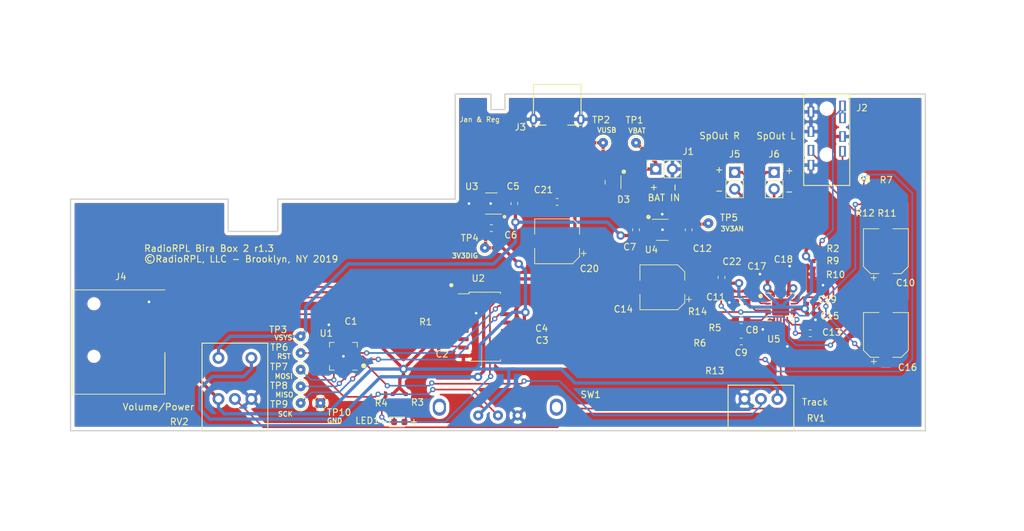
<source format=kicad_pcb>
(kicad_pcb (version 20171130) (host pcbnew "(5.1.2-1)-1")
  (layers (0 F.Cu signal) (31 B.Cu signal) (34 B.Paste user) (35 F.Paste user) (36 B.SilkS user) (37 F.SilkS user) (38 B.Mask user) (39 F.Mask user) (44 Edge.Cuts user))
  (net 0 "")
  (net 1 3V3DIG)
  (net 2 GND)
  (net 3 "Net-(C2-Pad1)")
  (net 4 "Net-(C3-Pad1)")
  (net 5 VSYS_IN)
  (net 6 "Net-(C8-Pad2)")
  (net 7 "Net-(C8-Pad1)")
  (net 8 "Net-(C9-Pad1)")
  (net 9 "Net-(C9-Pad2)")
  (net 10 HPRout)
  (net 11 "Net-(C10-Pad1)")
  (net 12 "Net-(C11-Pad1)")
  (net 13 3V3AN)
  (net 14 "Net-(C13-Pad1)")
  (net 15 "Net-(C16-Pad1)")
  (net 16 HPLout)
  (net 17 HP-SP)
  (net 18 VUSB)
  (net 19 VBAT)
  (net 20 "Net-(J3-Pad3)")
  (net 21 "Net-(J3-Pad4)")
  (net 22 "Net-(J3-Pad2)")
  (net 23 "Net-(J4-Pad10)")
  (net 24 "Net-(J4-Pad8)")
  (net 25 "Net-(J4-Pad1)")
  (net 26 "Net-(J4-Pad2)")
  (net 27 SDCMD)
  (net 28 SDCLK)
  (net 29 SDDATA)
  (net 30 RoutN)
  (net 31 RoutP)
  (net 32 LoutP)
  (net 33 LoutN)
  (net 34 "Net-(R1-Pad1)")
  (net 35 LINER)
  (net 36 LINEL)
  (net 37 "Net-(RV1-Pad2)")
  (net 38 "Net-(RV2-Pad2)")
  (net 39 Sound-Music)
  (net 40 RESET)
  (net 41 MOSI)
  (net 42 MISO)
  (net 43 SCK)
  (net 44 "Net-(U1-Pad4)")
  (net 45 "Net-(U1-Pad6)")
  (net 46 "Net-(U1-Pad7)")
  (net 47 "Net-(U1-Pad10)")
  (net 48 "Net-(U1-Pad11)")
  (net 49 "Net-(U1-Pad12)")
  (net 50 "Net-(U1-Pad14)")
  (net 51 "Net-(U1-Pad17)")
  (net 52 "Net-(U1-Pad18)")
  (net 53 "Net-(U1-Pad19)")
  (net 54 "Net-(U2-Pad5)")
  (net 55 "Net-(U2-Pad6)")
  (net 56 "Net-(U5-Pad3)")
  (net 57 "Net-(U3-Pad4)")
  (net 58 "Net-(U4-Pad4)")
  (net 59 VSYS_OUT)
  (net 60 "Net-(LED1-Pad1)")
  (net 61 "Net-(LED1-Pad2)")
  (net 62 "Net-(J2-PadR2N)")
  (net 63 "Net-(J2-PadR)")
  (net 64 "Net-(J2-PadT)")
  (net 65 "Net-(R13-Pad1)")
  (net 66 "Net-(R12-Pad1)")
  (net 67 mp3_TX)
  (net 68 mp3_RX)
  (module pack-son:HUSON-3-1EP_2x2mm_P1.3mm_EP1.1x1.6mm (layer F.Cu) (at 117.5 105 270)
    (fp_text reference D3 (at 2.633054 -1.604499 180) (layer F.SilkS))
    (fp_text value PMEG2020CPA)
    (pad 1 smd rect (at -0.8 -0.65 270) (size 0.5 0.4) (layers F.Cu F.Paste F.Mask) (net 19 VBAT))
    (pad 2 smd rect (at -0.8 0.65 270) (size 0.5 0.4) (layers F.Cu F.Paste F.Mask) (net 18 VUSB))
    (pad 3 smd rect (at 0.25 0 270) (size 1.1 1.6) (layers F.Cu F.Paste F.Mask) (net 5 VSYS_IN))
    (pad 3 smd rect (at 0.925 0 270) (size 0.25 0.4) (layers F.Cu F.Paste F.Mask) (net 5 VSYS_IN))
  )
  (module "SMD caps:C_0402_1005Metric" (layer F.Cu) (at 156 108)
    (fp_text reference R12 (at -0.167101 1.703154) (layer F.SilkS))
    (fp_text value 0)
    (pad 1 smd roundrect (at -0.485 0) (size 0.59 0.64) (layers F.Cu F.Paste F.Mask) (net 66 "Net-(R12-Pad1)"))
    (pad 2 smd roundrect (at 0.485 0) (size 0.59 0.64) (layers F.Cu F.Paste F.Mask) (net 63 "Net-(J2-PadR)"))
  )
  (module "SMD caps:CP_Elec_6.3x5.8" (layer F.Cu) (at 159 128.25 90)
    (fp_text reference C16 (at -4.948154 3.297199 180) (layer F.SilkS))
    (fp_text value "220 uF")
    (pad 1 smd roundrect (at -2.7 0 90) (size 3.5 1.6) (layers F.Cu F.Paste F.Mask) (roundrect_rratio 0.15625) (net 15 "Net-(C16-Pad1)"))
    (pad 2 smd roundrect (at 2.7 0 90) (size 3.5 1.6) (layers F.Cu F.Paste F.Mask) (roundrect_rratio 0.15625) (net 16 HPLout))
  )
  (module "test points:TestPoint_THTPad_D2.0mm_Drill1.0mm" (layer F.Cu) (at 121 99 180)
    (fp_text reference TP1 (at 0.231801 3.452266) (layer F.SilkS))
    (fp_text value TestPoint)
    (pad 1 thru_hole circle (at 0 0 180) (size 1.5 1.5) (drill 0.5) (layers *.Cu *.Mask) (net 19 VBAT))
  )
  (module "test points:TestPoint_THTPad_D2.0mm_Drill1.0mm" (layer F.Cu) (at 116 99)
    (fp_text reference TP2 (at -0.316881 -3.487826) (layer F.SilkS))
    (fp_text value TestPoint)
    (pad 1 thru_hole circle (at 0 0) (size 1.5 1.5) (drill 0.5) (layers *.Cu *.Mask) (net 18 VUSB))
  )
  (module "test points:TestPoint_THTPad_D2.0mm_Drill1.0mm" (layer F.Cu) (at 70 128.46)
    (fp_text reference TP3 (at -3.435401 -1.014946) (layer F.SilkS))
    (fp_text value TestPoint)
    (pad 1 thru_hole circle (at 0 0) (size 1.5 1.5) (drill 0.5) (layers *.Cu *.Mask) (net 59 VSYS_OUT))
  )
  (module "test points:TestPoint_THTPad_D2.0mm_Drill1.0mm" (layer F.Cu) (at 98 115)
    (fp_text reference TP4 (at -2.288901 -1.499546) (layer F.SilkS))
    (fp_text value TestPoint)
    (pad 1 thru_hole circle (at 0 0) (size 1.5 1.5) (drill 0.5) (layers *.Cu *.Mask) (net 1 3V3DIG))
  )
  (module "test points:TestPoint_THTPad_D2.0mm_Drill1.0mm" (layer F.Cu) (at 132 111.25)
    (fp_text reference TP5 (at 3.132999 -0.849536) (layer F.SilkS))
    (fp_text value TestPoint)
    (pad 1 thru_hole circle (at 0 0) (size 1.5 1.5) (drill 0.5) (layers *.Cu *.Mask) (net 13 3V3AN))
  )
  (module "test points:TestPoint_THTPad_D2.0mm_Drill1.0mm" (layer F.Cu) (at 70 133.54 180)
    (fp_text reference TP7 (at 3.308401 0.443446) (layer F.SilkS))
    (fp_text value TestPoint)
    (pad 1 thru_hole circle (at 0 0 180) (size 1.5 1.5) (drill 0.5) (layers *.Cu *.Mask) (net 41 MOSI))
  )
  (module "test points:TestPoint_THTPad_D2.0mm_Drill1.0mm" (layer F.Cu) (at 70 136.08 180)
    (fp_text reference TP8 (at 3.308401 0.113246) (layer F.SilkS))
    (fp_text value TestPoint)
    (pad 1 thru_hole circle (at 0 0 180) (size 1.5 1.5) (drill 0.5) (layers *.Cu *.Mask) (net 42 MISO))
  )
  (module "test points:TestPoint_THTPad_D2.0mm_Drill1.0mm" (layer F.Cu) (at 70 138.62)
    (fp_text reference TP9 (at -3.283001 0.178854) (layer F.SilkS))
    (fp_text value TestPoint)
    (pad 1 thru_hole circle (at 0 0) (size 1.5 1.5) (drill 0.5) (layers *.Cu *.Mask) (net 43 SCK))
  )
  (module "test points:TestPoint_THTPad_D2.0mm_Drill1.0mm" (layer F.Cu) (at 73 138.62)
    (fp_text reference TP10 (at 2.835599 1.423454) (layer F.SilkS))
    (fp_text value TestPoint)
    (pad 1 thru_hole circle (at 0 0) (size 1.5 1.5) (drill 0.5) (layers *.Cu *.Mask) (net 2 GND))
  )
  (module "test points:TestPoint_THTPad_D2.0mm_Drill1.0mm" (layer F.Cu) (at 70 131)
    (fp_text reference TP6 (at -3.244901 -0.862546) (layer F.SilkS))
    (fp_text value TestPoint)
    (pad 1 thru_hole circle (at 0 0) (size 1.5 1.5) (drill 0.5) (layers *.Cu *.Mask) (net 40 RESET))
  )
  (module "SMD caps:C_0603_1608Metric_Pad1.05x0.95mm_HandSolder" (layer F.Cu) (at 121 112.25 90)
    (fp_text reference C7 (at -2.611464 -0.955501 180) (layer F.SilkS))
    (fp_text value "1 uF")
    (pad 2 smd roundrect (at 0.875 0 90) (size 1.05 0.95) (layers F.Cu F.Paste F.Mask) (net 2 GND))
    (pad 1 smd roundrect (at -0.875 0 90) (size 1.05 0.95) (layers F.Cu F.Paste F.Mask) (net 59 VSYS_OUT))
  )
  (module conn-audio:PJ-3930-8A (layer F.Cu) (at 150 98.6 270)
    (fp_text reference J2 (at -4.909036 -5.360999 180) (layer F.SilkS))
    (fp_text value AudioJack3_SwitchTR)
    (pad "" np_thru_hole circle (at 2.2 0 270) (size 1.2 1.2) (drill 1.2) (layers *.Cu *.Mask))
    (pad "" np_thru_hole circle (at -4.8 0 270) (size 1.2 1.2) (drill 1.2) (layers *.Cu *.Mask))
    (pad TN thru_hole rect (at 3.8 2.4 270) (size 1.6 1) (drill oval 1.4 0.45) (layers *.Cu *.Mask) (net 2 GND))
    (pad R thru_hole rect (at 1.55 2.4 270) (size 1.6 1) (drill oval 1.4 0.45) (layers *.Cu *.Mask) (net 63 "Net-(J2-PadR)"))
    (pad R2 thru_hole rect (at -1.3 2.4 270) (size 1.6 1) (drill oval 1.4 0.45) (layers *.Cu *.Mask) (net 2 GND))
    (pad S thru_hole rect (at -4.3 2.4 270) (size 1.6 1) (drill oval 1.4 0.45) (layers *.Cu *.Mask) (net 2 GND))
    (pad T thru_hole rect (at 1.7 -2.4 270) (size 1.6 1) (drill oval 1.4 0.45) (layers *.Cu *.Mask) (net 64 "Net-(J2-PadT)"))
    (pad RN thru_hole rect (at -0.55 -2.4 270) (size 1.6 1) (drill oval 1.4 0.45) (layers *.Cu *.Mask) (net 2 GND))
    (pad R2N thru_hole rect (at -3.4 -2.4 270) (size 1.6 1) (drill oval 1.4 0.45) (layers *.Cu *.Mask) (net 62 "Net-(J2-PadR2N)"))
    (pad SN thru_hole rect (at -5.2 -2.4 270) (size 1.6 1) (drill oval 1.4 0.45) (layers *.Cu *.Mask) (net 62 "Net-(J2-PadR2N)"))
  )
  (module pots:Alps_SSSU111400 (layer B.Cu) (at 100 139.25)
    (fp_text reference SW1 (at 14.100699 -1.911646 180) (layer F.SilkS))
    (fp_text value SW_SPDT)
    (pad "" thru_hole oval (at -8.9 0) (size 2 2.6) (drill oval 1.35 1.6) (layers *.Cu *.Mask))
    (pad "" thru_hole oval (at 8.9 0) (size 2 2.6) (drill oval 1.35 1.6) (layers *.Cu *.Mask))
    (pad 1 thru_hole circle (at -3 1.25) (size 1.524 1.524) (drill 0.7) (layers *.Cu *.Mask) (net 1 3V3DIG))
    (pad 3 thru_hole circle (at 3 1.25) (size 1.524 1.524) (drill 0.7) (layers *.Cu *.Mask) (net 2 GND))
    (pad 2 thru_hole circle (at 0 1.25) (size 1.524 1.524) (drill 0.7) (layers *.Cu *.Mask) (net 39 Sound-Music))
  )
  (module "SMD caps:C_0603_1608Metric_Pad1.05x0.95mm_HandSolder" (layer F.Cu) (at 102.5 108.25 90)
    (fp_text reference C5 (at 2.623546 -0.197601 180) (layer F.SilkS))
    (fp_text value "1 uF")
    (pad 2 smd roundrect (at 0.875 0 90) (size 1.05 0.95) (layers F.Cu F.Paste F.Mask) (net 2 GND))
    (pad 1 smd roundrect (at -0.875 0 90) (size 1.05 0.95) (layers F.Cu F.Paste F.Mask) (net 59 VSYS_OUT))
  )
  (module "SMD caps:C_0603_1608Metric_Pad1.05x0.95mm_HandSolder" (layer F.Cu) (at 99 112)
    (fp_text reference C6 (at 2.959499 1.043254) (layer F.SilkS))
    (fp_text value "1 uF")
    (pad 2 smd roundrect (at 0.875 0) (size 1.05 0.95) (layers F.Cu F.Paste F.Mask) (net 2 GND))
    (pad 1 smd roundrect (at -0.875 0) (size 1.05 0.95) (layers F.Cu F.Paste F.Mask) (net 1 3V3DIG))
  )
  (module "SMD caps:CP_Elec_6.3x5.8" (layer F.Cu) (at 159 115.5 90)
    (fp_text reference C10 (at -4.820354 2.979699 180) (layer F.SilkS))
    (fp_text value "220 uF")
    (pad 2 smd roundrect (at 2.7 0 90) (size 3.5 1.6) (layers F.Cu F.Paste F.Mask) (roundrect_rratio 0.15625) (net 10 HPRout))
    (pad 1 smd roundrect (at -2.7 0 90) (size 3.5 1.6) (layers F.Cu F.Paste F.Mask) (roundrect_rratio 0.15625) (net 11 "Net-(C10-Pad1)"))
  )
  (module "SMD caps:C_0603_1608Metric_Pad1.05x0.95mm_HandSolder" (layer F.Cu) (at 137 123.25 180)
    (fp_text reference C11 (at 3.874701 0.770646) (layer F.SilkS))
    (fp_text value "2.2 uF")
    (pad 1 smd roundrect (at -0.875 0 180) (size 1.05 0.95) (layers F.Cu F.Paste F.Mask) (net 12 "Net-(C11-Pad1)"))
    (pad 2 smd roundrect (at 0.875 0 180) (size 1.05 0.95) (layers F.Cu F.Paste F.Mask) (net 2 GND))
  )
  (module "SMD caps:C_0603_1608Metric_Pad1.05x0.95mm_HandSolder" (layer F.Cu) (at 129 112.25 270)
    (fp_text reference C12 (at 2.833964 -2.085499 180) (layer F.SilkS))
    (fp_text value "1 uF")
    (pad 2 smd roundrect (at 0.875 0 270) (size 1.05 0.95) (layers F.Cu F.Paste F.Mask) (net 2 GND))
    (pad 1 smd roundrect (at -0.875 0 270) (size 1.05 0.95) (layers F.Cu F.Paste F.Mask) (net 13 3V3AN))
  )
  (module "SMD caps:CP_Elec_6.3x5.8" (layer F.Cu) (at 125 121 180)
    (fp_text reference C14 (at 5.933601 -3.320854) (layer F.SilkS))
    (fp_text value "100 uF")
    (pad 1 smd roundrect (at -2.7 0 180) (size 3.5 1.6) (layers F.Cu F.Paste F.Mask) (roundrect_rratio 0.15625) (net 13 3V3AN))
    (pad 2 smd roundrect (at 2.7 0 180) (size 3.5 1.6) (layers F.Cu F.Paste F.Mask) (roundrect_rratio 0.15625) (net 2 GND))
  )
  (module "SMD caps:C_0402_1005Metric" (layer F.Cu) (at 147.5 125 180)
    (fp_text reference C15 (at -2.960799 -0.362254) (layer F.SilkS))
    (fp_text value "0.1 uF")
    (pad 2 smd roundrect (at 0.485 0 180) (size 0.59 0.64) (layers F.Cu F.Paste F.Mask) (net 13 3V3AN))
    (pad 1 smd roundrect (at -0.485 0 180) (size 0.59 0.64) (layers F.Cu F.Paste F.Mask) (net 2 GND))
  )
  (module "SMD caps:C_0402_1005Metric" (layer F.Cu) (at 141 119.5 270)
    (fp_text reference C17 (at -1.706946 1.626301 180) (layer F.SilkS))
    (fp_text value "0.1 uF")
    (pad 1 smd roundrect (at -0.485 0 270) (size 0.59 0.64) (layers F.Cu F.Paste F.Mask) (net 2 GND))
    (pad 2 smd roundrect (at 0.485 0 270) (size 0.59 0.64) (layers F.Cu F.Paste F.Mask) (net 13 3V3AN))
  )
  (module "SMD caps:C_0402_1005Metric" (layer F.Cu) (at 147.5 123.5 180)
    (fp_text reference C19 (at -2.567099 0.626946) (layer F.SilkS))
    (fp_text value "0.1 uF")
    (pad 2 smd roundrect (at 0.485 0 180) (size 0.59 0.64) (layers F.Cu F.Paste F.Mask) (net 13 3V3AN))
    (pad 1 smd roundrect (at -0.485 0 180) (size 0.59 0.64) (layers F.Cu F.Paste F.Mask) (net 2 GND))
  )
  (module connector-pin:PinSocket_1x02_P2.54mm_Vertical (layer F.Cu) (at 124 103 90)
    (fp_text reference J1 (at 2.669446 4.946999 180) (layer F.SilkS))
    (fp_text value Conn_01x02_Female)
    (pad 1 thru_hole rect (at 0 0 90) (size 1.7 1.7) (drill 1) (layers *.Cu *.Mask) (net 19 VBAT))
    (pad 2 thru_hole oval (at 0 2.54 90) (size 1.7 1.7) (drill 1) (layers *.Cu *.Mask) (net 2 GND))
  )
  (module conn-usb:Korean-hropartsC145779 (layer F.Cu) (at 109 93.25)
    (fp_text reference J3 (at -5.592701 3.370554) (layer F.SilkS))
    (fp_text value USB_B_Micro)
    (pad 6 thru_hole oval (at -3.6 2.175) (size 1.1 1.6) (drill oval 0.5 1) (layers *.Cu *.Mask) (net 2 GND))
    (pad 6 thru_hole oval (at 3.6 2.175) (size 1.1 1.6) (drill oval 0.5 1) (layers *.Cu *.Mask) (net 2 GND))
    (pad 3 smd rect (at 0 3.525) (size 0.4 1.8) (layers F.Cu F.Paste F.Mask) (net 20 "Net-(J3-Pad3)"))
    (pad 4 smd rect (at -0.65 3.525) (size 0.4 1.8) (layers F.Cu F.Paste F.Mask) (net 21 "Net-(J3-Pad4)"))
    (pad 5 smd rect (at -1.3 3.525) (size 0.4 1.8) (layers F.Cu F.Paste F.Mask) (net 2 GND))
    (pad 2 smd rect (at 0.65 3.525) (size 0.4 1.8) (layers F.Cu F.Paste F.Mask) (net 22 "Net-(J3-Pad2)"))
    (pad 1 smd rect (at 1.3 3.525) (size 0.4 1.8) (layers F.Cu F.Paste F.Mask) (net 18 VUSB))
  )
  (module connector-pin:PinSocket_1x02_P2.54mm_Vertical (layer F.Cu) (at 136 103.5)
    (fp_text reference J5 (at 0 -2.77) (layer F.SilkS))
    (fp_text value Conn_01x02_Female)
    (pad 2 thru_hole oval (at 0 2.54) (size 1.7 1.7) (drill 1) (layers *.Cu *.Mask) (net 30 RoutN))
    (pad 1 thru_hole rect (at 0 0) (size 1.7 1.7) (drill 1) (layers *.Cu *.Mask) (net 31 RoutP))
  )
  (module connector-pin:PinSocket_1x02_P2.54mm_Vertical (layer F.Cu) (at 142 103.5)
    (fp_text reference J6 (at 0 -2.77) (layer F.SilkS))
    (fp_text value Conn_01x02_Female)
    (pad 1 thru_hole rect (at 0 0) (size 1.7 1.7) (drill 1) (layers *.Cu *.Mask) (net 32 LoutP))
    (pad 2 thru_hole oval (at 0 2.54) (size 1.7 1.7) (drill 1) (layers *.Cu *.Mask) (net 33 LoutN))
  )
  (module "SMD caps:C_0402_1005Metric" (layer F.Cu) (at 91.5 126.25 180)
    (fp_text reference R1 (at 2.494001 -0.024964) (layer F.SilkS))
    (fp_text value 22K)
    (pad 1 smd roundrect (at -0.485 0 180) (size 0.59 0.64) (layers F.Cu F.Paste F.Mask) (net 34 "Net-(R1-Pad1)"))
    (pad 2 smd roundrect (at 0.485 0 180) (size 0.59 0.64) (layers F.Cu F.Paste F.Mask) (net 1 3V3DIG))
  )
  (module "SMD caps:C_0402_1005Metric" (layer F.Cu) (at 148.5 115 180)
    (fp_text reference R2 (at -2.443399 -0.113354) (layer F.SilkS))
    (fp_text value 10k)
    (pad 1 smd roundrect (at -0.485 0 180) (size 0.59 0.64) (layers F.Cu F.Paste F.Mask) (net 62 "Net-(J2-PadR2N)"))
    (pad 2 smd roundrect (at 0.485 0 180) (size 0.59 0.64) (layers F.Cu F.Paste F.Mask) (net 13 3V3AN))
  )
  (module "SMD caps:C_0402_1005Metric" (layer F.Cu) (at 84 137.75 270)
    (fp_text reference R4 (at 0.871054 1.750901 180) (layer F.SilkS))
    (fp_text value 10K)
    (pad 2 smd roundrect (at 0.485 0 270) (size 0.59 0.64) (layers F.Cu F.Paste F.Mask) (net 60 "Net-(LED1-Pad1)"))
    (pad 1 smd roundrect (at -0.485 0 270) (size 0.59 0.64) (layers F.Cu F.Paste F.Mask) (net 1 3V3DIG))
  )
  (module pots:TT_PO91 (layer F.Cu) (at 140 139.5 270)
    (fp_text reference RV1 (at 1.438614 -8.377999) (layer F.SilkS))
    (fp_text value 10K)
    (pad 2 thru_hole circle (at -1.5 0 270) (size 1.8 1.8) (drill 1) (layers *.Cu *.Mask) (net 37 "Net-(RV1-Pad2)"))
    (pad 3 thru_hole circle (at -1.5 -2.5 270) (size 1.8 1.8) (drill 1) (layers *.Cu *.Mask) (net 1 3V3DIG))
    (pad 1 thru_hole circle (at -1.5 2.5 270) (size 1.8 1.8) (drill 1) (layers *.Cu *.Mask) (net 2 GND))
  )
  (module pots:TT_P091S (layer F.Cu) (at 60 138 270)
    (fp_text reference RV2 (at 3.466934 8.467121 180) (layer F.SilkS))
    (fp_text value 50K)
    (pad 2 thru_hole circle (at 0 0 270) (size 1.8 1.8) (drill 1) (layers *.Cu *.Mask) (net 38 "Net-(RV2-Pad2)"))
    (pad 3 thru_hole circle (at 0 -2.5 270) (size 1.8 1.8) (drill 1) (layers *.Cu *.Mask) (net 2 GND))
    (pad 1 thru_hole circle (at 0 2.5 270) (size 1.8 1.8) (drill 1) (layers *.Cu *.Mask) (net 1 3V3DIG))
    (pad 5 thru_hole circle (at -6.25 -2.5 270) (size 1.8 1.8) (drill 1) (layers *.Cu *.Mask) (net 5 VSYS_IN))
    (pad 4 thru_hole circle (at -6.25 2.5 270) (size 1.8 1.8) (drill 1) (layers *.Cu *.Mask) (net 59 VSYS_OUT))
  )
  (module sop:SOP-16_4.55x10.3mm_P1.27mm (layer F.Cu) (at 98 127)
    (fp_text reference U2 (at -0.993501 -7.365446) (layer F.SilkS))
    (fp_text value YX6200-16S)
    (pad 16 smd roundrect (at 3.25 -4.445) (size 1.6 0.6) (layers F.Cu F.Paste F.Mask) (net 60 "Net-(LED1-Pad1)"))
    (pad 15 smd roundrect (at 3.25 -3.175) (size 1.6 0.6) (layers F.Cu F.Paste F.Mask) (net 68 mp3_RX))
    (pad 14 smd roundrect (at 3.25 -1.905) (size 1.6 0.6) (layers F.Cu F.Paste F.Mask) (net 67 mp3_TX))
    (pad 13 smd roundrect (at 3.25 -0.635) (size 1.6 0.6) (layers F.Cu F.Paste F.Mask) (net 2 GND))
    (pad 12 smd roundrect (at 3.25 0.635) (size 1.6 0.6) (layers F.Cu F.Paste F.Mask) (net 1 3V3DIG))
    (pad 11 smd roundrect (at 3.25 1.905) (size 1.6 0.6) (layers F.Cu F.Paste F.Mask) (net 4 "Net-(C3-Pad1)"))
    (pad 10 smd roundrect (at 3.25 3.175) (size 1.6 0.6) (layers F.Cu F.Paste F.Mask) (net 36 LINEL))
    (pad 9 smd roundrect (at 3.25 4.445) (size 1.6 0.6) (layers F.Cu F.Paste F.Mask) (net 35 LINER))
    (pad 8 smd roundrect (at -3.25 4.445) (size 1.6 0.6) (layers F.Cu F.Paste F.Mask) (net 2 GND))
    (pad 7 smd roundrect (at -3.25 3.175) (size 1.6 0.6) (layers F.Cu F.Paste F.Mask) (net 3 "Net-(C2-Pad1)"))
    (pad 6 smd roundrect (at -3.25 1.905) (size 1.6 0.6) (layers F.Cu F.Paste F.Mask) (net 55 "Net-(U2-Pad6)"))
    (pad 5 smd roundrect (at -3.25 0.635) (size 1.6 0.6) (layers F.Cu F.Paste F.Mask) (net 54 "Net-(U2-Pad5)"))
    (pad 4 smd roundrect (at -3.25 -0.635) (size 1.6 0.6) (layers F.Cu F.Paste F.Mask) (net 34 "Net-(R1-Pad1)"))
    (pad 3 smd roundrect (at -3.25 -1.905) (size 1.6 0.6) (layers F.Cu F.Paste F.Mask) (net 28 SDCLK))
    (pad 2 smd roundrect (at -3.25 -3.175) (size 1.6 0.6) (layers F.Cu F.Paste F.Mask) (net 27 SDCMD))
    (pad 1 smd roundrect (at -3.25 -4.445) (size 1.6 0.6) (layers F.Cu F.Paste F.Mask) (net 29 SDDATA))
  )
  (module qfn:MLF-20-1EP_4x4mm_P0.5mm_EP2.6x2.6mm (layer F.Cu) (at 143 124)
    (fp_text reference U5 (at -1.048201 4.880154) (layer F.SilkS))
    (fp_text value PAM8019)
    (pad 21 smd roundrect (at 0 0) (size 2.6 2.6) (layers F.Cu F.Mask) (roundrect_rratio 0.096154) (net 2 GND))
    (pad 1 smd roundrect (at -1.925 -1) (size 0.85 0.25) (layers F.Cu F.Paste F.Mask) (net 30 RoutN))
    (pad 2 smd roundrect (at -1.925 -0.5) (size 0.85 0.25) (layers F.Cu F.Paste F.Mask) (net 11 "Net-(C10-Pad1)"))
    (pad 3 smd roundrect (at -1.925 0) (size 0.85 0.25) (layers F.Cu F.Paste F.Mask) (net 56 "Net-(U5-Pad3)"))
    (pad 4 smd roundrect (at -1.925 0.5) (size 0.85 0.25) (layers F.Cu F.Paste F.Mask) (net 12 "Net-(C11-Pad1)"))
    (pad 5 smd roundrect (at -1.925 1) (size 0.85 0.25) (layers F.Cu F.Paste F.Mask) (net 7 "Net-(C8-Pad1)"))
    (pad 6 smd roundrect (at -1 1.925) (size 0.25 0.85) (layers F.Cu F.Paste F.Mask) (net 2 GND))
    (pad 7 smd roundrect (at -0.5 1.925) (size 0.25 0.85) (layers F.Cu F.Paste F.Mask) (net 8 "Net-(C9-Pad1)"))
    (pad 8 smd roundrect (at 0 1.925) (size 0.25 0.85) (layers F.Cu F.Paste F.Mask) (net 38 "Net-(RV2-Pad2)"))
    (pad 9 smd roundrect (at 0.5 1.925) (size 0.25 0.85) (layers F.Cu F.Paste F.Mask) (net 2 GND))
    (pad 10 smd roundrect (at 1 1.925) (size 0.25 0.85) (layers F.Cu F.Paste F.Mask) (net 17 HP-SP))
    (pad 11 smd roundrect (at 1.925 1) (size 0.85 0.25) (layers F.Cu F.Paste F.Mask) (net 14 "Net-(C13-Pad1)"))
    (pad 12 smd roundrect (at 1.925 0.5) (size 0.85 0.25) (layers F.Cu F.Paste F.Mask) (net 13 3V3AN))
    (pad 13 smd roundrect (at 1.925 0) (size 0.85 0.25) (layers F.Cu F.Paste F.Mask) (net 13 3V3AN))
    (pad 14 smd roundrect (at 1.925 -0.5) (size 0.85 0.25) (layers F.Cu F.Paste F.Mask) (net 15 "Net-(C16-Pad1)"))
    (pad 15 smd roundrect (at 1.925 -1) (size 0.85 0.25) (layers F.Cu F.Paste F.Mask) (net 33 LoutN))
    (pad 16 smd roundrect (at 1 -1.925) (size 0.25 0.85) (layers F.Cu F.Paste F.Mask) (net 13 3V3AN))
    (pad 17 smd roundrect (at 0.5 -1.925) (size 0.25 0.85) (layers F.Cu F.Paste F.Mask) (net 32 LoutP))
    (pad 18 smd roundrect (at 0 -1.925) (size 0.25 0.85) (layers F.Cu F.Paste F.Mask) (net 2 GND))
    (pad 19 smd roundrect (at -0.5 -1.925) (size 0.25 0.85) (layers F.Cu F.Paste F.Mask) (net 31 RoutP))
    (pad 20 smd roundrect (at -1 -1.925) (size 0.25 0.85) (layers F.Cu F.Paste F.Mask) (net 13 3V3AN))
  )
  (module sot:SOT-23-5 (layer F.Cu) (at 99 108.25 180)
    (fp_text reference U3 (at 2.984101 2.598146) (layer F.SilkS))
    (fp_text value MIC5504-3.3YM5)
    (pad 5 smd rect (at 1.1 -0.95 180) (size 1.06 0.65) (layers F.Cu F.Paste F.Mask) (net 1 3V3DIG))
    (pad 4 smd rect (at 1.1 0.95 180) (size 1.06 0.65) (layers F.Cu F.Paste F.Mask) (net 57 "Net-(U3-Pad4)"))
    (pad 3 smd rect (at -1.1 0.95 180) (size 1.06 0.65) (layers F.Cu F.Paste F.Mask) (net 59 VSYS_OUT))
    (pad 2 smd rect (at -1.1 0 180) (size 1.06 0.65) (layers F.Cu F.Paste F.Mask) (net 2 GND))
    (pad 1 smd rect (at -1.1 -0.95 180) (size 1.06 0.65) (layers F.Cu F.Paste F.Mask) (net 59 VSYS_OUT))
  )
  (module sot:SOT-23-5 (layer F.Cu) (at 125 112.25)
    (fp_text reference U4 (at -1.661501 3.024464) (layer F.SilkS))
    (fp_text value MIC5504-3.3YM5)
    (pad 1 smd rect (at -1.1 -0.95) (size 1.06 0.65) (layers F.Cu F.Paste F.Mask) (net 59 VSYS_OUT))
    (pad 2 smd rect (at -1.1 0) (size 1.06 0.65) (layers F.Cu F.Paste F.Mask) (net 2 GND))
    (pad 3 smd rect (at -1.1 0.95) (size 1.06 0.65) (layers F.Cu F.Paste F.Mask) (net 59 VSYS_OUT))
    (pad 4 smd rect (at 1.1 0.95) (size 1.06 0.65) (layers F.Cu F.Paste F.Mask) (net 58 "Net-(U4-Pad4)"))
    (pad 5 smd rect (at 1.1 -0.95) (size 1.06 0.65) (layers F.Cu F.Paste F.Mask) (net 13 3V3AN))
  )
  (module "SMD caps:CP_Elec_6.3x5.8" (layer F.Cu) (at 109 114 180)
    (fp_text reference C20 (at -4.910199 -4.161354) (layer F.SilkS))
    (fp_text value "22 uF")
    (pad 1 smd roundrect (at -2.7 0 180) (size 3.5 1.6) (layers F.Cu F.Paste F.Mask) (roundrect_rratio 0.15625) (net 5 VSYS_IN))
    (pad 2 smd roundrect (at 2.7 0 180) (size 3.5 1.6) (layers F.Cu F.Paste F.Mask) (roundrect_rratio 0.15625) (net 2 GND))
  )
  (module "SMD caps:C_0603_1608Metric_Pad1.05x0.95mm_HandSolder" (layer F.Cu) (at 109 108)
    (fp_text reference C21 (at -2.081999 -1.834964) (layer F.SilkS))
    (fp_text value "2.2 uF")
    (pad 1 smd roundrect (at -0.875 0) (size 1.05 0.95) (layers F.Cu F.Paste F.Mask) (net 2 GND))
    (pad 2 smd roundrect (at 0.875 0) (size 1.05 0.95) (layers F.Cu F.Paste F.Mask) (net 5 VSYS_IN))
  )
  (module "SMD caps:C_0402_1005Metric" (layer F.Cu) (at 148.5 117)
    (fp_text reference R9 (at 2.430699 -0.032446) (layer F.SilkS))
    (fp_text value 0)
    (pad 1 smd roundrect (at -0.485 0) (size 0.59 0.64) (layers F.Cu F.Paste F.Mask) (net 62 "Net-(J2-PadR2N)"))
    (pad 2 smd roundrect (at 0.485 0) (size 0.59 0.64) (layers F.Cu F.Paste F.Mask) (net 17 HP-SP))
  )
  (module "SMD caps:C_0402_1005Metric" (layer F.Cu) (at 76 127 270)
    (fp_text reference C1 (at -0.824946 -1.651699 180) (layer F.SilkS))
    (fp_text value "0.1 uF")
    (pad 2 smd roundrect (at 0.485 0 270) (size 0.59 0.64) (layers F.Cu F.Paste F.Mask) (net 1 3V3DIG))
    (pad 1 smd roundrect (at -0.485 0 270) (size 0.59 0.64) (layers F.Cu F.Paste F.Mask) (net 2 GND))
  )
  (module "SMD caps:C_0402_1005Metric" (layer F.Cu) (at 91.5 130 180)
    (fp_text reference C2 (at 0 -1.17) (layer F.SilkS))
    (fp_text value "0.1 uF")
    (pad 2 smd roundrect (at 0.485 0 180) (size 0.59 0.64) (layers F.Cu F.Paste F.Mask) (net 2 GND))
    (pad 1 smd roundrect (at -0.485 0 180) (size 0.59 0.64) (layers F.Cu F.Paste F.Mask) (net 3 "Net-(C2-Pad1)"))
  )
  (module "SMD caps:C_0402_1005Metric" (layer F.Cu) (at 104.5 129)
    (fp_text reference C3 (at 2.209299 0.083354) (layer F.SilkS))
    (fp_text value "0.1 uF")
    (pad 1 smd roundrect (at -0.485 0) (size 0.59 0.64) (layers F.Cu F.Paste F.Mask) (net 4 "Net-(C3-Pad1)"))
    (pad 2 smd roundrect (at 0.485 0) (size 0.59 0.64) (layers F.Cu F.Paste F.Mask) (net 2 GND))
  )
  (module "SMD caps:C_0402_1005Metric" (layer F.Cu) (at 104.5 127.25)
    (fp_text reference C4 (at 2.145799 0.004554) (layer F.SilkS))
    (fp_text value "0.1 uF")
    (pad 1 smd roundrect (at -0.485 0) (size 0.59 0.64) (layers F.Cu F.Paste F.Mask) (net 1 3V3DIG))
    (pad 2 smd roundrect (at 0.485 0) (size 0.59 0.64) (layers F.Cu F.Paste F.Mask) (net 2 GND))
  )
  (module "SMD caps:C_0603_1608Metric_Pad1.05x0.95mm_HandSolder" (layer F.Cu) (at 137 126 180)
    (fp_text reference C8 (at -1.637099 -1.495854) (layer F.SilkS))
    (fp_text value "1 uF")
    (pad 1 smd roundrect (at -0.875 0 180) (size 1.05 0.95) (layers F.Cu F.Paste F.Mask) (net 7 "Net-(C8-Pad1)"))
    (pad 2 smd roundrect (at 0.875 0 180) (size 1.05 0.95) (layers F.Cu F.Paste F.Mask) (net 6 "Net-(C8-Pad2)"))
  )
  (module "SMD caps:C_0603_1608Metric_Pad1.05x0.95mm_HandSolder" (layer F.Cu) (at 137 129.25 180)
    (fp_text reference C9 (at 0.013901 -1.700254) (layer F.SilkS))
    (fp_text value "1 uF")
    (pad 2 smd roundrect (at 0.875 0 180) (size 1.05 0.95) (layers F.Cu F.Paste F.Mask) (net 9 "Net-(C9-Pad2)"))
    (pad 1 smd roundrect (at -0.875 0 180) (size 1.05 0.95) (layers F.Cu F.Paste F.Mask) (net 8 "Net-(C9-Pad1)"))
  )
  (module "SMD caps:C_0603_1608Metric_Pad1.05x0.95mm_HandSolder" (layer F.Cu) (at 147.5 128)
    (fp_text reference C13 (at 3.265599 -0.148546) (layer F.SilkS))
    (fp_text value "1 uF")
    (pad 1 smd roundrect (at -0.875 0) (size 1.05 0.95) (layers F.Cu F.Paste F.Mask) (net 14 "Net-(C13-Pad1)"))
    (pad 2 smd roundrect (at 0.875 0) (size 1.05 0.95) (layers F.Cu F.Paste F.Mask) (net 2 GND))
  )
  (module "SMD caps:C_0402_1005Metric" (layer F.Cu) (at 144.25 119.5 90)
    (fp_text reference C18 (at 2.761046 -0.837701 180) (layer F.SilkS))
    (fp_text value "0.1 uF")
    (pad 1 smd roundrect (at -0.485 0 90) (size 0.59 0.64) (layers F.Cu F.Paste F.Mask) (net 13 3V3AN))
    (pad 2 smd roundrect (at 0.485 0 90) (size 0.59 0.64) (layers F.Cu F.Paste F.Mask) (net 2 GND))
  )
  (module conn-card:microSD_TF01A (layer F.Cu) (at 41 128.75 270)
    (fp_text reference J4 (at -9.361826 -1.637799 180) (layer F.SilkS))
    (fp_text value Micro_SD_Card)
    (pad 10 smd rect (at -6.95 -8.4 270) (size 0.7 1.3) (layers F.Cu F.Paste F.Mask) (net 23 "Net-(J4-Pad10)"))
    (pad 8 smd rect (at -5.85 -8.4 270) (size 0.7 1.3) (layers F.Cu F.Paste F.Mask) (net 24 "Net-(J4-Pad8)"))
    (pad 1 smd rect (at 1.85 -8.4 270) (size 0.7 1.3) (layers F.Cu F.Paste F.Mask) (net 25 "Net-(J4-Pad1)"))
    (pad 2 smd rect (at 0.75 -8.4 270) (size 0.7 1.3) (layers F.Cu F.Paste F.Mask) (net 26 "Net-(J4-Pad2)"))
    (pad 3 smd rect (at -0.35 -8.4 270) (size 0.7 1.3) (layers F.Cu F.Paste F.Mask) (net 27 SDCMD))
    (pad 4 smd rect (at -1.45 -8.4 270) (size 0.7 1.3) (layers F.Cu F.Paste F.Mask) (net 1 3V3DIG))
    (pad 5 smd rect (at -2.55 -8.4 270) (size 0.7 1.3) (layers F.Cu F.Paste F.Mask) (net 28 SDCLK))
    (pad 6 smd rect (at -3.65 -8.4 270) (size 0.7 1.3) (layers F.Cu F.Paste F.Mask) (net 2 GND))
    (pad 7 smd rect (at -4.75 -8.4 270) (size 0.7 1.3) (layers F.Cu F.Paste F.Mask) (net 29 SDDATA))
    (pad 9 smd rect (at -8.05 -7.55 270) (size 1.2 1.4) (layers F.Cu F.Paste F.Mask) (net 2 GND))
    (pad 9 smd rect (at -8.05 2.15 270) (size 1.2 2) (layers F.Cu F.Paste F.Mask) (net 2 GND))
    (pad 9 smd rect (at 7.47 2.15 270) (size 1.2 2) (layers F.Cu F.Paste F.Mask) (net 2 GND))
    (pad 9 smd rect (at 6.63 -7.55 270) (size 1.2 1.4) (layers F.Cu F.Paste F.Mask) (net 2 GND))
    (pad "" np_thru_hole circle (at -5.24 2.44 270) (size 1 1) (drill 1) (layers *.Cu *.Mask))
    (pad "" np_thru_hole circle (at 2.76 2.44 270) (size 1 1) (drill 1) (layers *.Cu *.Mask))
  )
  (module "SMD LED:LED_0603_1608Metric" (layer F.Cu) (at 85 141.5)
    (fp_text reference LED1 (at -4.859101 -0.199246) (layer F.SilkS))
    (fp_text value PLAY)
    (pad 1 smd roundrect (at -0.7875 0) (size 0.875 0.95) (layers F.Cu F.Paste F.Mask) (net 60 "Net-(LED1-Pad1)"))
    (pad 2 smd roundrect (at 0.7875 0) (size 0.875 0.95) (layers F.Cu F.Paste F.Mask) (net 61 "Net-(LED1-Pad2)"))
  )
  (module "SMD caps:C_0402_1005Metric" (layer F.Cu) (at 86 137.75 270)
    (fp_text reference R3 (at 0.756754 -1.760899 180) (layer F.SilkS))
    (fp_text value 2.2K)
    (pad 2 smd roundrect (at 0.485 0 270) (size 0.59 0.64) (layers F.Cu F.Paste F.Mask) (net 61 "Net-(LED1-Pad2)"))
    (pad 1 smd roundrect (at -0.485 0 270) (size 0.59 0.64) (layers F.Cu F.Paste F.Mask) (net 1 3V3DIG))
  )
  (module "SMD caps:C_0402_1005Metric" (layer F.Cu) (at 133 126 180)
    (fp_text reference R5 (at 0 -1.17) (layer F.SilkS))
    (fp_text value 162K)
    (pad 2 smd roundrect (at 0.485 0 180) (size 0.59 0.64) (layers F.Cu F.Paste F.Mask) (net 35 LINER))
    (pad 1 smd roundrect (at -0.485 0 180) (size 0.59 0.64) (layers F.Cu F.Paste F.Mask) (net 6 "Net-(C8-Pad2)"))
  )
  (module "SMD caps:C_0402_1005Metric" (layer F.Cu) (at 133 129.25 180)
    (fp_text reference R6 (at 2.300401 -0.239754) (layer F.SilkS))
    (fp_text value 162K)
    (pad 1 smd roundrect (at -0.485 0 180) (size 0.59 0.64) (layers F.Cu F.Paste F.Mask) (net 9 "Net-(C9-Pad2)"))
    (pad 2 smd roundrect (at 0.485 0 180) (size 0.59 0.64) (layers F.Cu F.Paste F.Mask) (net 36 LINEL))
  )
  (module qfn:Texas_S-PVQFN-N20_EP2.7x2.7mm (layer F.Cu) (at 76.5 131.5 180)
    (fp_text reference U1 (at 2.607501 3.496146) (layer F.SilkS))
    (fp_text value ATTINY841A-MU)
    (pad 21 smd roundrect (at 0 0 180) (size 2.7 2.7) (layers F.Cu F.Mask) (roundrect_rratio 0.09259299999999999) (net 2 GND))
    (pad 1 smd roundrect (at -1.9625 -1 180) (size 0.825 0.25) (layers F.Cu F.Paste F.Mask) (net 43 SCK))
    (pad 2 smd roundrect (at -1.9625 -0.5 180) (size 0.825 0.25) (layers F.Cu F.Paste F.Mask) (net 37 "Net-(RV1-Pad2)"))
    (pad 3 smd roundrect (at -1.9625 0 180) (size 0.825 0.25) (layers F.Cu F.Paste F.Mask) (net 67 mp3_TX))
    (pad 4 smd roundrect (at -1.9625 0.5 180) (size 0.825 0.25) (layers F.Cu F.Paste F.Mask) (net 44 "Net-(U1-Pad4)"))
    (pad 5 smd roundrect (at -1.9625 1 180) (size 0.825 0.25) (layers F.Cu F.Paste F.Mask) (net 1 3V3DIG))
    (pad 6 smd roundrect (at -1 1.9625 180) (size 0.25 0.825) (layers F.Cu F.Paste F.Mask) (net 45 "Net-(U1-Pad6)"))
    (pad 7 smd roundrect (at -0.5 1.9625 180) (size 0.25 0.825) (layers F.Cu F.Paste F.Mask) (net 46 "Net-(U1-Pad7)"))
    (pad 8 smd roundrect (at 0 1.9625 180) (size 0.25 0.825) (layers F.Cu F.Paste F.Mask) (net 2 GND))
    (pad 9 smd roundrect (at 0.5 1.9625 180) (size 0.25 0.825) (layers F.Cu F.Paste F.Mask) (net 1 3V3DIG))
    (pad 10 smd roundrect (at 1 1.9625 180) (size 0.25 0.825) (layers F.Cu F.Paste F.Mask) (net 47 "Net-(U1-Pad10)"))
    (pad 11 smd roundrect (at 1.9625 1 180) (size 0.825 0.25) (layers F.Cu F.Paste F.Mask) (net 48 "Net-(U1-Pad11)"))
    (pad 12 smd roundrect (at 1.9625 0.5 180) (size 0.825 0.25) (layers F.Cu F.Paste F.Mask) (net 49 "Net-(U1-Pad12)"))
    (pad 13 smd roundrect (at 1.9625 0 180) (size 0.825 0.25) (layers F.Cu F.Paste F.Mask) (net 40 RESET))
    (pad 14 smd roundrect (at 1.9625 -0.5 180) (size 0.825 0.25) (layers F.Cu F.Paste F.Mask) (net 50 "Net-(U1-Pad14)"))
    (pad 15 smd roundrect (at 1.9625 -1 180) (size 0.825 0.25) (layers F.Cu F.Paste F.Mask) (net 39 Sound-Music))
    (pad 16 smd roundrect (at 1 -1.9625 180) (size 0.25 0.825) (layers F.Cu F.Paste F.Mask) (net 41 MOSI))
    (pad 17 smd roundrect (at 0.5 -1.9625 180) (size 0.25 0.825) (layers F.Cu F.Paste F.Mask) (net 51 "Net-(U1-Pad17)"))
    (pad 18 smd roundrect (at 0 -1.9625 180) (size 0.25 0.825) (layers F.Cu F.Paste F.Mask) (net 52 "Net-(U1-Pad18)"))
    (pad 19 smd roundrect (at -0.5 -1.9625 180) (size 0.25 0.825) (layers F.Cu F.Paste F.Mask) (net 53 "Net-(U1-Pad19)"))
    (pad 20 smd roundrect (at -1 -1.9625 180) (size 0.25 0.825) (layers F.Cu F.Paste F.Mask) (net 42 MISO))
  )
  (module "SMD caps:C_0402_1005Metric" (layer F.Cu) (at 148.5 119)
    (fp_text reference R10 (at 2.837099 0.075754) (layer F.SilkS))
    (fp_text value 0)
    (pad 1 smd roundrect (at -0.485 0) (size 0.59 0.64) (layers F.Cu F.Paste F.Mask) (net 2 GND))
    (pad 2 smd roundrect (at 0.485 0) (size 0.59 0.64) (layers F.Cu F.Paste F.Mask) (net 17 HP-SP))
  )
  (module "SMD caps:C_0603_1608Metric_Pad1.05x0.95mm_HandSolder" (layer F.Cu) (at 134 119.5 90)
    (fp_text reference C22 (at 2.418146 1.589099 180) (layer F.SilkS))
    (fp_text value "10 uF")
    (pad 1 smd roundrect (at -0.875 0 90) (size 1.05 0.95) (layers F.Cu F.Paste F.Mask) (net 13 3V3AN))
    (pad 2 smd roundrect (at 0.875 0 90) (size 1.05 0.95) (layers F.Cu F.Paste F.Mask) (net 2 GND))
  )
  (module "SMD caps:C_0402_1005Metric" (layer F.Cu) (at 159 108 180)
    (fp_text reference R11 (at -0.172999 -1.728554) (layer F.SilkS))
    (fp_text value 0)
    (pad 2 smd roundrect (at 0.485 0 180) (size 0.59 0.64) (layers F.Cu F.Paste F.Mask) (net 63 "Net-(J2-PadR)"))
    (pad 1 smd roundrect (at -0.485 0 180) (size 0.59 0.64) (layers F.Cu F.Paste F.Mask) (net 10 HPRout))
  )
  (module "SMD caps:C_0402_1005Metric" (layer F.Cu) (at 159 106)
    (fp_text reference R7 (at 0.045999 -1.326046) (layer F.SilkS))
    (fp_text value 0)
    (pad 1 smd roundrect (at -0.485 0) (size 0.59 0.64) (layers F.Cu F.Paste F.Mask) (net 64 "Net-(J2-PadT)"))
    (pad 2 smd roundrect (at 0.485 0) (size 0.59 0.64) (layers F.Cu F.Paste F.Mask) (net 16 HPLout))
  )
  (module "SMD caps:C_0402_1005Metric" (layer F.Cu) (at 156 106 180)
    (fp_text reference R8 (at 0.268701 1.453046) (layer F.SilkS))
    (fp_text value 0)
    (pad 2 smd roundrect (at 0.485 0 180) (size 0.59 0.64) (layers F.Cu F.Paste F.Mask) (net 65 "Net-(R13-Pad1)"))
    (pad 1 smd roundrect (at -0.485 0 180) (size 0.59 0.64) (layers F.Cu F.Paste F.Mask) (net 64 "Net-(J2-PadT)"))
  )
  (module "SMD caps:C_0402_1005Metric" (layer F.Cu) (at 133 132 180)
    (fp_text reference R13 (at 0.027101 -1.718854) (layer F.SilkS))
    (fp_text value 0)
    (pad 2 smd roundrect (at 0.485 0 180) (size 0.59 0.64) (layers F.Cu F.Paste F.Mask) (net 36 LINEL))
    (pad 1 smd roundrect (at -0.485 0 180) (size 0.59 0.64) (layers F.Cu F.Paste F.Mask) (net 65 "Net-(R13-Pad1)"))
  )
  (module "SMD caps:C_0402_1005Metric" (layer F.Cu) (at 130 126 180)
    (fp_text reference R14 (at -0.356699 1.310846) (layer F.SilkS))
    (fp_text value 0)
    (pad 1 smd roundrect (at -0.485 0 180) (size 0.59 0.64) (layers F.Cu F.Paste F.Mask) (net 35 LINER))
    (pad 2 smd roundrect (at 0.485 0 180) (size 0.59 0.64) (layers F.Cu F.Paste F.Mask) (net 66 "Net-(R12-Pad1)"))
  )
  (gr_line (start 101.065089 93.942266) (end 98.93491 93.942266) (layer Edge.Cuts) (width 0.2))
  (gr_line (start 101.065089 93.942266) (end 101.065089 91.577615) (layer Edge.Cuts) (width 0.2))
  (gr_line (start 101.065089 91.577615) (end 165 91.577615) (layer Edge.Cuts) (width 0.2))
  (gr_line (start 165 91.577615) (end 165 142.827615) (layer Edge.Cuts) (width 0.2))
  (gr_line (start 165 142.827615) (end 34.999999 142.827615) (layer Edge.Cuts) (width 0.2))
  (gr_line (start 34.999999 142.827615) (end 34.999999 107.577615) (layer Edge.Cuts) (width 0.2))
  (gr_line (start 58.971249 107.577615) (end 34.999999 107.577615) (layer Edge.Cuts) (width 0.2))
  (gr_line (start 58.971249 112.489755) (end 58.971249 107.577615) (layer Edge.Cuts) (width 0.2))
  (gr_line (start 58.971249 112.489755) (end 66.52875 112.489755) (layer Edge.Cuts) (width 0.2))
  (gr_line (start 66.52875 112.489755) (end 66.52875 107.577615) (layer Edge.Cuts) (width 0.2))
  (gr_line (start 93.5 107.577615) (end 66.52875 107.577615) (layer Edge.Cuts) (width 0.2))
  (gr_line (start 93.5 91.577615) (end 93.5 107.577615) (layer Edge.Cuts) (width 0.2))
  (gr_line (start 98.93491 91.577615) (end 93.5 91.577615) (layer Edge.Cuts) (width 0.2))
  (gr_line (start 98.93491 93.942266) (end 98.93491 91.577615) (layer Edge.Cuts) (width 0.2))
  (gr_circle (center 119.137519 103.406494) (end 119.269599 103.635094) (layer F.SilkS) (width 0.15))
  (gr_circle (center 119.096879 103.376014) (end 119.157839 103.528414) (layer F.SilkS) (width 0.15))
  (gr_circle (center 119.071479 103.355694) (end 119.096879 103.396334) (layer F.SilkS) (width 0.15))
  (gr_circle (center 122.886559 110.294974) (end 122.998319 110.528654) (layer F.SilkS) (width 0.15))
  (gr_circle (center 122.871319 110.279734) (end 122.911959 110.462614) (layer F.SilkS) (width 0.15))
  (gr_circle (center 122.815439 110.239094) (end 122.886559 110.366094) (layer F.SilkS) (width 0.15))
  (gr_circle (center 122.830679 110.213694) (end 122.871319 110.269574) (layer F.SilkS) (width 0.15))
  (gr_circle (center 100.996839 110.259414) (end 101.073039 110.452454) (layer F.SilkS) (width 0.15))
  (gr_circle (center 100.996839 110.234014) (end 101.022239 110.350854) (layer F.SilkS) (width 0.15))
  (gr_circle (center 100.996839 110.234014) (end 100.996839 110.269574) (layer F.SilkS) (width 0.15))
  (gr_circle (center 79.579559 132.946694) (end 79.803079 133.154974) (layer F.SilkS) (width 0.15))
  (gr_circle (center 79.620199 132.987334) (end 79.670999 133.078774) (layer F.SilkS) (width 0.15))
  (gr_circle (center 79.564319 132.936534) (end 79.670999 133.119414) (layer F.SilkS) (width 0.15))
  (gr_circle (center 79.538919 132.895894) (end 79.604959 132.977174) (layer F.SilkS) (width 0.15))
  (gr_circle (center 79.538919 132.885734) (end 79.554159 132.895894) (layer F.SilkS) (width 0.15))
  (gr_circle (center 92.909479 120.683574) (end 93.056799 120.876614) (layer F.SilkS) (width 0.15))
  (gr_circle (center 92.863759 120.653094) (end 92.990759 120.759774) (layer F.SilkS) (width 0.15))
  (gr_circle (center 92.863759 120.622614) (end 93.005999 120.683574) (layer F.SilkS) (width 0.15))
  (gr_circle (center 92.873919 120.607374) (end 92.884079 120.627694) (layer F.SilkS) (width 0.15))
  (gr_circle (center 139.929959 122.334574) (end 140.092519 122.547934) (layer F.SilkS) (width 0.15))
  (gr_circle (center 139.935039 122.354894) (end 140.051879 122.486974) (layer F.SilkS) (width 0.15))
  (gr_circle (center 139.929959 122.354894) (end 139.985839 122.415854) (layer F.SilkS) (width 0.15))
  (gr_circle (center 139.929959 122.349814) (end 139.940119 122.359974) (layer F.SilkS) (width 0.15))
  (gr_text "BAT IN\n" (at 125.238599 107.366354) (layer F.SilkS) (effects (font (size 1 1))))
  (gr_text "3V3AN\n" (at 135.627199 112.090754) (layer F.SilkS) (effects (font (size 0.75 0.75))))
  (gr_text "3V3DIG\n" (at 94.974499 116.192854) (layer F.SilkS) (effects (font (size 0.75 0.75))))
  (gr_text "+\n\n-" (at 125.251299 105.804254 90) (layer F.SilkS) (effects (font (size 1 1))))
  (gr_text VUSB (at 116.551799 97.081894) (layer F.SilkS) (effects (font (size 0.75 0.75))))
  (gr_text "VBAT\n" (at 121.154279 97.153014) (layer F.SilkS) (effects (font (size 0.75 0.75))))
  (gr_text "VSYS\n" (at 67.364699 128.664254) (layer F.SilkS) (effects (font (size 0.75 0.75))))
  (gr_text "GND\n" (at 75.162499 141.313454) (layer F.SilkS) (effects (font (size 0.75 0.75))))
  (gr_text "SCK\n" (at 67.669499 140.297454) (layer F.SilkS) (effects (font (size 0.75 0.75))))
  (gr_text MISO (at 67.517099 137.363754) (layer F.SilkS) (effects (font (size 0.75 0.75))))
  (gr_text "+\n\n-" (at 144.313999 104.813654) (layer F.SilkS) (effects (font (size 1 1))))
  (gr_text "SpOut R\n\n" (at 133.712039 98.748134) (layer F.SilkS) (effects (font (size 1 1))))
  (gr_text "Jan & Reg" (at 97.227479 95.461374) (layer F.SilkS) (effects (font (size 0.75 0.75) (thickness 0.125))))
  (gr_text "RadioRPL Bira Box 2 r1.3\n©RadioRPL, LLC - Brooklyn, NY 2019" (at 46.107439 115.893134) (layer F.SilkS) (effects (font (size 1 1)) (justify left)))
  (gr_text "-\n" (at 82.642799 141.415054) (layer F.SilkS) (effects (font (size 1 1))))
  (gr_text "+\n" (at 87.214799 141.415054) (layer F.SilkS) (effects (font (size 1 1))))
  (gr_text Track (at 148.212899 138.468654) (layer F.SilkS) (effects (font (size 1 1))))
  (gr_text "Volume/Power\n" (at 48.365499 139.205254) (layer F.SilkS) (effects (font (size 1 1))))
  (gr_text RST (at 67.453599 131.509054) (layer F.SilkS) (effects (font (size 0.75 0.75))))
  (gr_text MOSI (at 67.428199 134.557054) (layer F.SilkS) (effects (font (size 0.75 0.75))))
  (gr_text "+\n\n-" (at 133.645999 104.673954) (layer F.SilkS) (effects (font (size 1 1))))
  (gr_text "SpOut L\n" (at 142.297239 97.960734) (layer F.SilkS) (effects (font (size 1 1))))
  (segment (start 97.9 111.775) (end 98.125 112) (width 0.5) (layer F.Cu) (net 1))
  (segment (start 97.9 109.2) (end 97.9 111.775) (width 0.5) (layer F.Cu) (net 1))
  (segment (start 98.125 114.875) (end 98 115) (width 0.5) (layer F.Cu) (net 1))
  (segment (start 98.125 112) (end 98.125 114.875) (width 0.5) (layer F.Cu) (net 1))
  (via (at 103.165999 117.437454) (size 1.27) (drill 0.65) (layers F.Cu B.Cu) (net 1))
  (segment (start 100.728545 115) (end 103.165999 117.437454) (width 0.5) (layer F.Cu) (net 1))
  (segment (start 98 115) (end 100.728545 115) (width 0.5) (layer F.Cu) (net 1))
  (via (at 104.181999 124.803454) (size 1.27) (drill 0.65) (layers F.Cu B.Cu) (net 1))
  (segment (start 104.181999 118.453454) (end 104.181999 124.803454) (width 0.5) (layer B.Cu) (net 1))
  (segment (start 103.165999 117.437454) (end 104.181999 118.453454) (width 0.5) (layer B.Cu) (net 1))
  (segment (start 104.015 124.970453) (end 104.015 127.25) (width 0.5) (layer F.Cu) (net 1))
  (segment (start 104.181999 124.803454) (end 104.015 124.970453) (width 0.5) (layer F.Cu) (net 1))
  (segment (start 103.63 127.635) (end 104.015 127.25) (width 0.5) (layer F.Cu) (net 1))
  (segment (start 101.25 127.635) (end 103.63 127.635) (width 0.5) (layer F.Cu) (net 1))
  (segment (start 76 127.485) (end 76 128.347453) (width 0.5) (layer F.Cu) (net 1))
  (segment (start 76 129.5375) (end 76 128.347453) (width 0.3) (layer F.Cu) (net 1))
  (segment (start 90.289453 126.25) (end 89.195999 127.343454) (width 0.5) (layer F.Cu) (net 1))
  (segment (start 91.015 126.25) (end 90.289453 126.25) (width 0.5) (layer F.Cu) (net 1))
  (segment (start 89.449999 133.439454) (end 85.639999 133.439454) (width 0.5) (layer B.Cu) (net 1))
  (segment (start 78.654998 130.264455) (end 78.594463 130.32499) (width 0.5) (layer F.Cu) (net 1))
  (segment (start 78.654998 127.978453) (end 78.654998 130.264455) (width 0.5) (layer F.Cu) (net 1))
  (via (at 85.639999 133.439454) (size 1.27) (drill 0.65) (layers F.Cu B.Cu) (net 1))
  (segment (start 101.641999 135.858001) (end 97 140.5) (width 0.5) (layer B.Cu) (net 1))
  (segment (start 101.641999 133.439454) (end 101.641999 135.858001) (width 0.5) (layer B.Cu) (net 1))
  (segment (start 89.195999 129.883454) (end 85.639999 133.439454) (width 0.5) (layer F.Cu) (net 1))
  (segment (start 89.195999 127.343454) (end 89.195999 129.883454) (width 0.5) (layer F.Cu) (net 1))
  (segment (start 79.685545 127.485) (end 85.639999 133.439454) (width 0.5) (layer F.Cu) (net 1))
  (segment (start 78.654998 127.978453) (end 78.161545 127.485) (width 0.5) (layer F.Cu) (net 1))
  (segment (start 78.161545 127.485) (end 79.685545 127.485) (width 0.5) (layer F.Cu) (net 1))
  (segment (start 76 127.485) (end 78.161545 127.485) (width 0.5) (layer F.Cu) (net 1))
  (segment (start 101.641999 133.439454) (end 100.549799 133.439454) (width 0.5) (layer B.Cu) (net 1))
  (segment (start 104.181999 124.803454) (end 102.226199 124.803454) (width 0.5) (layer B.Cu) (net 1))
  (segment (start 102.226199 124.803454) (end 99.051199 127.978454) (width 0.5) (layer B.Cu) (net 1))
  (segment (start 100.549799 133.439454) (end 99.914799 133.439454) (width 0.5) (layer B.Cu) (net 1))
  (segment (start 85.639999 134.337479) (end 85.081199 134.896279) (width 0.5) (layer F.Cu) (net 1))
  (segment (start 85.639999 133.439454) (end 85.639999 134.337479) (width 0.5) (layer F.Cu) (net 1))
  (segment (start 85.081199 136.346199) (end 86 137.265) (width 0.5) (layer F.Cu) (net 1))
  (segment (start 85.081199 134.896279) (end 85.081199 136.346199) (width 0.5) (layer F.Cu) (net 1))
  (segment (start 84.918801 136.346199) (end 84 137.265) (width 0.5) (layer F.Cu) (net 1))
  (segment (start 85.081199 136.346199) (end 84.918801 136.346199) (width 0.5) (layer F.Cu) (net 1))
  (segment (start 99.051199 127.978454) (end 99.020719 127.978454) (width 0.5) (layer B.Cu) (net 1))
  (segment (start 99.020719 127.978454) (end 97.268119 129.731054) (width 0.5) (layer B.Cu) (net 1))
  (segment (start 97.268119 129.731054) (end 97.268119 132.753654) (width 0.5) (layer B.Cu) (net 1))
  (segment (start 96.582319 133.439454) (end 89.449999 133.439454) (width 0.5) (layer B.Cu) (net 1))
  (segment (start 97.268119 132.753654) (end 96.582319 133.439454) (width 0.5) (layer B.Cu) (net 1))
  (segment (start 99.914799 133.439454) (end 96.582319 133.439454) (width 0.5) (layer B.Cu) (net 1))
  (segment (start 109.602359 133.439454) (end 102.124599 133.439454) (width 0.5) (layer B.Cu) (net 1))
  (segment (start 111.735959 135.573054) (end 109.602359 133.439454) (width 0.5) (layer B.Cu) (net 1))
  (segment (start 101.641999 133.439454) (end 102.124599 133.439454) (width 0.5) (layer B.Cu) (net 1))
  (segment (start 141.595846 135.573054) (end 111.735959 135.573054) (width 0.5) (layer B.Cu) (net 1))
  (segment (start 142.5 136.477208) (end 141.595846 135.573054) (width 0.5) (layer B.Cu) (net 1))
  (segment (start 102.124599 133.439454) (end 102.520839 133.439454) (width 0.5) (layer B.Cu) (net 1))
  (segment (start 58.723862 140.246654) (end 74.006799 140.246654) (width 0.5) (layer B.Cu) (net 1))
  (segment (start 80.813999 133.439454) (end 85.639999 133.439454) (width 0.5) (layer B.Cu) (net 1))
  (segment (start 74.006799 140.246654) (end 80.813999 133.439454) (width 0.5) (layer B.Cu) (net 1))
  (segment (start 54.723119 135.223119) (end 57.5 138) (width 0.5) (layer F.Cu) (net 1))
  (segment (start 54.723119 131.473119) (end 54.723119 135.223119) (width 0.5) (layer F.Cu) (net 1))
  (segment (start 50.55 127.3) (end 54.723119 131.473119) (width 0.5) (layer F.Cu) (net 1))
  (segment (start 49.4 127.3) (end 50.55 127.3) (width 0.5) (layer F.Cu) (net 1))
  (segment (start 58.723862 140.246654) (end 58.487399 140.246654) (width 0.5) (layer B.Cu) (net 1))
  (segment (start 58.723862 140.246654) (end 58.380719 140.246654) (width 0.5) (layer B.Cu) (net 1))
  (segment (start 57.5 139.365935) (end 57.5 138) (width 0.5) (layer B.Cu) (net 1))
  (segment (start 58.380719 140.246654) (end 57.5 139.365935) (width 0.5) (layer B.Cu) (net 1))
  (segment (start 142.5 136.477208) (end 142.5 138) (width 0.5) (layer B.Cu) (net 1))
  (via (at 76.5 131.5) (size 0.8) (drill 0.4) (layers F.Cu B.Cu) (net 2))
  (segment (start 76.5 129.5375) (end 76.5 131.5) (width 0.2) (layer F.Cu) (net 2))
  (via (at 46.930399 123.215954) (size 0.8) (drill 0.4) (layers F.Cu B.Cu) (net 2))
  (segment (start 48.55 120.7) (end 48.45 120.7) (width 0.25) (layer F.Cu) (net 2))
  (segment (start 95.65 131.445) (end 96.790599 130.304401) (width 0.25) (layer F.Cu) (net 2))
  (segment (start 94.75 131.445) (end 95.65 131.445) (width 0.25) (layer F.Cu) (net 2))
  (via (at 96.688999 124.943154) (size 0.8) (drill 0.4) (layers F.Cu B.Cu) (net 2))
  (segment (start 96.790599 125.044754) (end 96.688999 124.943154) (width 0.25) (layer F.Cu) (net 2))
  (segment (start 96.790599 130.304401) (end 96.790599 125.044754) (width 0.25) (layer F.Cu) (net 2))
  (via (at 95.596799 108.255354) (size 0.8) (drill 0.4) (layers F.Cu B.Cu) (net 2))
  (segment (start 95.602153 108.25) (end 95.596799 108.255354) (width 0.25) (layer F.Cu) (net 2))
  (segment (start 124.68 112.25) (end 124.984599 111.945401) (width 0.25) (layer F.Cu) (net 2))
  (segment (start 123.9 112.25) (end 124.68 112.25) (width 0.25) (layer F.Cu) (net 2))
  (via (at 124.984599 109.868254) (size 0.8) (drill 0.4) (layers F.Cu B.Cu) (net 2))
  (segment (start 124.984599 111.945401) (end 124.984599 109.868254) (width 0.25) (layer F.Cu) (net 2))
  (segment (start 136.125 123.25) (end 135.795253 123.25) (width 0.25) (layer F.Cu) (net 2))
  (segment (start 143.5 124.5) (end 143.5 125.925) (width 0.25) (layer F.Cu) (net 2))
  (segment (start 143 124) (end 143.5 124.5) (width 0.25) (layer F.Cu) (net 2))
  (segment (start 143 124) (end 143 122.075) (width 0.25) (layer F.Cu) (net 2))
  (via (at 148.289099 125.946454) (size 0.8) (drill 0.4) (layers F.Cu B.Cu) (net 2))
  (segment (start 147.985 125.642355) (end 148.289099 125.946454) (width 0.25) (layer F.Cu) (net 2))
  (segment (start 147.985 125) (end 147.985 125.642355) (width 0.25) (layer F.Cu) (net 2))
  (via (at 144.364799 117.780354) (size 0.8) (drill 0.4) (layers F.Cu B.Cu) (net 2))
  (segment (start 144.25 117.895153) (end 144.364799 117.780354) (width 0.25) (layer F.Cu) (net 2))
  (segment (start 144.25 119.015) (end 144.25 117.895153) (width 0.25) (layer F.Cu) (net 2))
  (segment (start 142 126.020055) (end 142.015299 126.035354) (width 0.25) (layer F.Cu) (net 2))
  (segment (start 142 125.925) (end 142 126.020055) (width 0.25) (layer F.Cu) (net 2))
  (via (at 140.275399 127.406954) (size 0.8) (drill 0.4) (layers F.Cu B.Cu) (net 2))
  (segment (start 141.646999 126.035354) (end 140.275399 127.406954) (width 0.25) (layer F.Cu) (net 2))
  (segment (start 142.015299 126.035354) (end 141.646999 126.035354) (width 0.25) (layer F.Cu) (net 2))
  (via (at 139.843599 118.999554) (size 0.8) (drill 0.4) (layers F.Cu B.Cu) (net 2))
  (segment (start 139.859045 119.015) (end 139.843599 118.999554) (width 0.25) (layer F.Cu) (net 2))
  (segment (start 141 119.015) (end 139.859045 119.015) (width 0.25) (layer F.Cu) (net 2))
  (via (at 98.891453 108.25) (size 0.8) (drill 0.4) (layers F.Cu B.Cu) (net 2))
  (segment (start 100.1 108.25) (end 98.891453 108.25) (width 0.25) (layer F.Cu) (net 2))
  (segment (start 98.891453 108.25) (end 95.602153 108.25) (width 0.25) (layer F.Cu) (net 2))
  (via (at 125.025239 112.235534) (size 0.8) (drill 0.4) (layers F.Cu B.Cu) (net 2))
  (segment (start 125.010773 112.25) (end 125.025239 112.235534) (width 0.25) (layer F.Cu) (net 2))
  (segment (start 123.9 112.25) (end 125.010773 112.25) (width 0.25) (layer F.Cu) (net 2))
  (via (at 135.200479 123.320094) (size 0.8) (drill 0.4) (layers F.Cu B.Cu) (net 2))
  (segment (start 135.270573 123.25) (end 135.200479 123.320094) (width 0.25) (layer F.Cu) (net 2))
  (segment (start 136.125 123.25) (end 135.270573 123.25) (width 0.25) (layer F.Cu) (net 2))
  (segment (start 143.5 125.925) (end 143.5 126.604745) (width 0.25) (layer F.Cu) (net 2))
  (segment (start 143.5 126.604745) (end 143.760734 126.865479) (width 0.25) (layer F.Cu) (net 2))
  (via (at 144.009199 130.000294) (size 0.8) (drill 0.4) (layers F.Cu B.Cu) (net 2))
  (segment (start 143.760734 129.751829) (end 144.009199 130.000294) (width 0.25) (layer F.Cu) (net 2))
  (segment (start 143.760734 126.865479) (end 143.760734 129.751829) (width 0.25) (layer F.Cu) (net 2))
  (segment (start 46.925319 122.645189) (end 46.925319 121.145854) (width 0.25) (layer F.Cu) (net 2))
  (segment (start 46.925319 121.145854) (end 47.371173 120.7) (width 0.25) (layer F.Cu) (net 2))
  (segment (start 46.930399 122.650269) (end 46.925319 122.645189) (width 0.25) (layer F.Cu) (net 2))
  (segment (start 47.371173 120.7) (end 48.55 120.7) (width 0.25) (layer F.Cu) (net 2))
  (segment (start 46.930399 123.215954) (end 46.930399 122.650269) (width 0.25) (layer F.Cu) (net 2))
  (segment (start 76 126.515) (end 74.469493 126.515) (width 0.25) (layer F.Cu) (net 2))
  (via (at 74.281119 126.703374) (size 0.8) (drill 0.4) (layers F.Cu B.Cu) (net 2))
  (segment (start 74.469493 126.515) (end 74.281119 126.703374) (width 0.25) (layer F.Cu) (net 2))
  (segment (start 148.009699 119.005301) (end 148.015 119) (width 0.5) (layer F.Cu) (net 2))
  (via (at 149.429559 120.683574) (size 0.8) (drill 0.4) (layers F.Cu B.Cu) (net 2))
  (segment (start 148.015 119.269015) (end 149.429559 120.683574) (width 0.25) (layer F.Cu) (net 2))
  (segment (start 148.015 119) (end 148.015 119.269015) (width 0.25) (layer F.Cu) (net 2))
  (segment (start 94.575 130) (end 94.75 130.175) (width 0.25) (layer F.Cu) (net 3))
  (segment (start 91.985 130) (end 94.575 130) (width 0.25) (layer F.Cu) (net 3))
  (segment (start 101.345 129) (end 101.25 128.905) (width 0.25) (layer F.Cu) (net 4))
  (segment (start 104.015 129) (end 101.345 129) (width 0.25) (layer F.Cu) (net 4))
  (segment (start 111.7 114) (end 105.976546 119.723454) (width 0.5) (layer F.Cu) (net 5))
  (segment (start 105.976546 119.723454) (end 99.355999 119.723454) (width 0.5) (layer F.Cu) (net 5))
  (segment (start 99.355999 119.723454) (end 97.831999 121.247454) (width 0.5) (layer F.Cu) (net 5))
  (segment (start 97.831999 121.247454) (end 97.831999 133.439454) (width 0.5) (layer F.Cu) (net 5))
  (segment (start 97.831999 133.760854) (end 96.968399 134.624454) (width 0.5) (layer F.Cu) (net 5))
  (via (at 96.968399 134.624454) (size 1.27) (drill 0.65) (layers F.Cu B.Cu) (net 5))
  (segment (start 97.831999 133.439454) (end 97.831999 133.760854) (width 0.5) (layer F.Cu) (net 5))
  (segment (start 111.95 105.925) (end 109.875 108) (width 0.5) (layer F.Cu) (net 5))
  (segment (start 117.5 105.925) (end 111.95 105.925) (width 0.5) (layer F.Cu) (net 5))
  (segment (start 111.7 109.825) (end 109.875 108) (width 0.5) (layer F.Cu) (net 5))
  (segment (start 111.7 114) (end 111.7 109.825) (width 0.5) (layer F.Cu) (net 5))
  (segment (start 117.5 105.925) (end 117.5 105.25) (width 0.5) (layer F.Cu) (net 5))
  (segment (start 61.337279 134.577374) (end 62.5 133.414653) (width 0.5) (layer B.Cu) (net 5))
  (segment (start 54.651999 139.535454) (end 54.651999 136.467134) (width 0.5) (layer B.Cu) (net 5))
  (segment (start 56.541759 134.577374) (end 61.337279 134.577374) (width 0.5) (layer B.Cu) (net 5))
  (segment (start 54.651999 136.467134) (end 56.541759 134.577374) (width 0.5) (layer B.Cu) (net 5))
  (segment (start 56.175999 141.059454) (end 54.651999 139.535454) (width 0.5) (layer B.Cu) (net 5))
  (segment (start 75.733999 141.059454) (end 56.175999 141.059454) (width 0.5) (layer B.Cu) (net 5))
  (segment (start 82.168999 134.624454) (end 75.733999 141.059454) (width 0.5) (layer B.Cu) (net 5))
  (segment (start 96.968399 134.624454) (end 82.168999 134.624454) (width 0.5) (layer B.Cu) (net 5))
  (segment (start 62.5 133.414653) (end 62.5 131.75) (width 0.5) (layer B.Cu) (net 5))
  (segment (start 133.485 126) (end 136.125 126) (width 0.25) (layer F.Cu) (net 6))
  (segment (start 140.075 126) (end 141.075 125) (width 0.25) (layer F.Cu) (net 7))
  (segment (start 137.875 126) (end 140.075 126) (width 0.25) (layer F.Cu) (net 7))
  (segment (start 137.875 129.25) (end 140.502453 129.25) (width 0.25) (layer F.Cu) (net 8))
  (segment (start 142.5 127.252453) (end 142.5 125.925) (width 0.25) (layer F.Cu) (net 8))
  (segment (start 140.502453 129.25) (end 142.5 127.252453) (width 0.25) (layer F.Cu) (net 8))
  (segment (start 133.88 129.25) (end 136.125 129.25) (width 0.25) (layer F.Cu) (net 9))
  (segment (start 133.485 129.25) (end 133.88 129.25) (width 0.25) (layer F.Cu) (net 9))
  (segment (start 159.819168 108.334168) (end 159.485 108) (width 0.25) (layer F.Cu) (net 10))
  (segment (start 159.87071 108.38571) (end 159.819168 108.334168) (width 0.25) (layer F.Cu) (net 10))
  (segment (start 159.87071 111.92929) (end 159.87071 108.38571) (width 0.25) (layer F.Cu) (net 10))
  (segment (start 159 112.8) (end 159.87071 111.92929) (width 0.25) (layer F.Cu) (net 10))
  (via (at 133.950799 123.838254) (size 0.8) (drill 0.4) (layers F.Cu B.Cu) (net 11))
  (segment (start 140.857533 123.525009) (end 141.075 123.525009) (width 0.25) (layer F.Cu) (net 11))
  (segment (start 140.782534 123.45001) (end 140.857533 123.525009) (width 0.25) (layer F.Cu) (net 11))
  (segment (start 139.976055 123.45001) (end 140.782534 123.45001) (width 0.25) (layer F.Cu) (net 11))
  (segment (start 133.950799 123.838254) (end 133.950799 122.987354) (width 0.25) (layer F.Cu) (net 11))
  (segment (start 133.950799 122.987354) (end 134.488163 122.44999) (width 0.25) (layer F.Cu) (net 11))
  (segment (start 138.976035 122.44999) (end 139.976055 123.45001) (width 0.25) (layer F.Cu) (net 11))
  (segment (start 134.488163 122.44999) (end 138.976035 122.44999) (width 0.25) (layer F.Cu) (net 11))
  (segment (start 135.6029 125.490355) (end 143.2864 125.490355) (width 0.25) (layer B.Cu) (net 11))
  (segment (start 133.950799 123.838254) (end 135.6029 125.490355) (width 0.25) (layer B.Cu) (net 11))
  (segment (start 143.2864 125.490355) (end 144.275899 126.479854) (width 0.25) (layer B.Cu) (net 11))
  (segment (start 144.275899 126.479854) (end 144.275899 128.765854) (width 0.25) (layer B.Cu) (net 11))
  (via (at 150.575099 129.807254) (size 0.8) (drill 0.4) (layers F.Cu B.Cu) (net 11))
  (segment (start 145.317299 129.807254) (end 150.575099 129.807254) (width 0.25) (layer B.Cu) (net 11))
  (segment (start 144.275899 128.765854) (end 145.317299 129.807254) (width 0.25) (layer B.Cu) (net 11))
  (segment (start 159 121.382353) (end 159 118.2) (width 0.25) (layer F.Cu) (net 11))
  (segment (start 150.575099 129.807254) (end 159 121.382353) (width 0.25) (layer F.Cu) (net 11))
  (segment (start 139.125 124.5) (end 141.075 124.5) (width 0.25) (layer F.Cu) (net 12))
  (segment (start 137.875 123.25) (end 139.125 124.5) (width 0.25) (layer F.Cu) (net 12))
  (segment (start 132.50429 121.87071) (end 133.500928 120.874072) (width 0.5) (layer F.Cu) (net 13))
  (segment (start 128.57071 121.87071) (end 132.50429 121.87071) (width 0.5) (layer F.Cu) (net 13))
  (segment (start 133.500928 120.874072) (end 134 120.375) (width 0.5) (layer F.Cu) (net 13))
  (segment (start 127.7 121) (end 128.57071 121.87071) (width 0.5) (layer F.Cu) (net 13))
  (segment (start 134 120.375) (end 136.659745 120.375) (width 0.5) (layer F.Cu) (net 13))
  (via (at 146.662375 124.260822) (size 1.27) (drill 0.65) (layers F.Cu B.Cu) (net 13))
  (segment (start 146.417607 124.016054) (end 146.662375 124.260822) (width 0.5) (layer B.Cu) (net 13))
  (segment (start 146.662375 123.852625) (end 147.015 123.5) (width 0.5) (layer F.Cu) (net 13))
  (segment (start 146.662375 124.260822) (end 146.662375 123.852625) (width 0.5) (layer F.Cu) (net 13))
  (segment (start 146.662375 124.647375) (end 147.015 125) (width 0.5) (layer F.Cu) (net 13))
  (segment (start 146.662375 124.260822) (end 146.662375 124.647375) (width 0.5) (layer F.Cu) (net 13))
  (segment (start 142.916999 124.016054) (end 143.043999 124.016054) (width 0.5) (layer B.Cu) (net 13))
  (segment (start 142.916999 124.016054) (end 146.417607 124.016054) (width 0.5) (layer B.Cu) (net 13))
  (via (at 144.898199 121.145854) (size 1.27) (drill 0.65) (layers F.Cu B.Cu) (net 13))
  (segment (start 144.898199 122.161854) (end 144.898199 121.145854) (width 0.5) (layer B.Cu) (net 13))
  (segment (start 143.043999 124.016054) (end 144.898199 122.161854) (width 0.5) (layer B.Cu) (net 13))
  (segment (start 144.17501 121.589643) (end 144.17501 122.075) (width 0.5) (layer F.Cu) (net 13))
  (segment (start 144.618799 121.145854) (end 144.17501 121.589643) (width 0.5) (layer F.Cu) (net 13))
  (segment (start 144.898199 121.145854) (end 144.618799 121.145854) (width 0.5) (layer F.Cu) (net 13))
  (segment (start 144.25 122.00001) (end 144.17501 122.075) (width 0.5) (layer F.Cu) (net 13))
  (segment (start 144.25 119.985) (end 144.25 122.00001) (width 0.5) (layer F.Cu) (net 13))
  (segment (start 143.043999 124.016054) (end 142.840799 124.016054) (width 0.5) (layer B.Cu) (net 13))
  (segment (start 144.925 124) (end 145.185822 124.260822) (width 0.2) (layer F.Cu) (net 13))
  (segment (start 144.925 124.5) (end 145.164178 124.260822) (width 0.2) (layer F.Cu) (net 13))
  (segment (start 145.164178 124.260822) (end 146.662375 124.260822) (width 0.5) (layer F.Cu) (net 13))
  (segment (start 138.344999 124.016054) (end 136.643199 122.314254) (width 0.5) (layer B.Cu) (net 13))
  (segment (start 142.916999 124.016054) (end 138.344999 124.016054) (width 0.5) (layer B.Cu) (net 13))
  (segment (start 128.925 111.3) (end 129 111.375) (width 0.5) (layer F.Cu) (net 13))
  (segment (start 126.1 111.3) (end 128.925 111.3) (width 0.5) (layer F.Cu) (net 13))
  (segment (start 131.875 111.375) (end 132 111.25) (width 0.5) (layer F.Cu) (net 13))
  (segment (start 129 111.375) (end 131.875 111.375) (width 0.5) (layer F.Cu) (net 13))
  (segment (start 127.7 120.1) (end 127.7 121) (width 0.5) (layer F.Cu) (net 13))
  (segment (start 127.7 112.1) (end 127.7 120.1) (width 0.5) (layer F.Cu) (net 13))
  (segment (start 128.425 111.375) (end 127.7 112.1) (width 0.5) (layer F.Cu) (net 13))
  (segment (start 129 111.375) (end 128.425 111.375) (width 0.5) (layer F.Cu) (net 13))
  (segment (start 146.662375 124.260822) (end 146.662375 122.792078) (width 0.5) (layer B.Cu) (net 13))
  (segment (start 141 120.992753) (end 140.935799 121.056954) (width 0.5) (layer F.Cu) (net 13))
  (via (at 140.935799 121.056954) (size 1.27) (drill 0.65) (layers F.Cu B.Cu) (net 13))
  (segment (start 141 119.985) (end 141 120.992753) (width 0.5) (layer F.Cu) (net 13))
  (segment (start 141.79999 121.933845) (end 141.79999 122.075) (width 0.5) (layer F.Cu) (net 13))
  (segment (start 141.570798 121.704653) (end 141.79999 121.933845) (width 0.5) (layer F.Cu) (net 13))
  (segment (start 141.570798 121.691953) (end 141.570798 121.704653) (width 0.5) (layer F.Cu) (net 13))
  (segment (start 140.935799 121.056954) (end 141.570798 121.691953) (width 0.5) (layer F.Cu) (net 13))
  (segment (start 146.662375 122.792078) (end 146.662375 122.714158) (width 0.5) (layer B.Cu) (net 13))
  (segment (start 146.662375 122.714158) (end 147.676959 121.699574) (width 0.5) (layer B.Cu) (net 13))
  (segment (start 147.676959 121.699574) (end 147.676959 117.168214) (width 0.5) (layer B.Cu) (net 13))
  (via (at 146.859079 116.269054) (size 1.27) (drill 0.65) (layers F.Cu B.Cu) (net 13))
  (segment (start 146.859079 116.350334) (end 146.859079 116.269054) (width 0.5) (layer B.Cu) (net 13))
  (segment (start 147.676959 117.168214) (end 146.859079 116.350334) (width 0.5) (layer B.Cu) (net 13))
  (segment (start 148.015 115) (end 147.173093 115) (width 0.5) (layer F.Cu) (net 13))
  (segment (start 146.859079 115.314014) (end 146.859079 116.269054) (width 0.5) (layer F.Cu) (net 13))
  (segment (start 147.173093 115) (end 146.859079 115.314014) (width 0.5) (layer F.Cu) (net 13))
  (segment (start 142.996874 124.016054) (end 143.043999 124.016054) (width 0.5) (layer B.Cu) (net 13))
  (segment (start 140.935799 121.954979) (end 142.996874 124.016054) (width 0.5) (layer B.Cu) (net 13))
  (segment (start 140.935799 121.056954) (end 140.935799 121.954979) (width 0.5) (layer B.Cu) (net 13))
  (via (at 136.659745 120.375) (size 1.27) (drill 0.65) (layers F.Cu B.Cu) (net 13))
  (segment (start 136.643199 120.391546) (end 136.659745 120.375) (width 0.5) (layer B.Cu) (net 13))
  (segment (start 136.643199 122.314254) (end 136.643199 120.391546) (width 0.5) (layer B.Cu) (net 13))
  (via (at 145.241099 127.991154) (size 0.8) (drill 0.4) (layers F.Cu B.Cu) (net 14))
  (segment (start 145.249945 128) (end 145.241099 127.991154) (width 0.25) (layer F.Cu) (net 14))
  (segment (start 146.625 128) (end 145.249945 128) (width 0.25) (layer F.Cu) (net 14))
  (via (at 145.45066 125.9089) (size 0.8) (drill 0.4) (layers F.Cu B.Cu) (net 14))
  (segment (start 145.241099 126.118461) (end 145.45066 125.9089) (width 0.25) (layer B.Cu) (net 14))
  (segment (start 145.241099 127.991154) (end 145.241099 126.118461) (width 0.25) (layer B.Cu) (net 14))
  (segment (start 144.97501 125.05001) (end 144.925 125.05001) (width 0.25) (layer F.Cu) (net 14))
  (segment (start 145.050661 125.125661) (end 144.97501 125.05001) (width 0.25) (layer F.Cu) (net 14))
  (segment (start 145.050661 125.508901) (end 145.050661 125.125661) (width 0.25) (layer F.Cu) (net 14))
  (segment (start 145.45066 125.9089) (end 145.050661 125.508901) (width 0.25) (layer F.Cu) (net 14))
  (via (at 149.876599 123.901754) (size 0.8) (drill 0.4) (layers F.Cu B.Cu) (net 15))
  (segment (start 149.876599 123.336069) (end 149.045284 122.504754) (width 0.25) (layer F.Cu) (net 15))
  (segment (start 149.876599 123.901754) (end 149.876599 123.336069) (width 0.25) (layer F.Cu) (net 15))
  (segment (start 145.489434 123.44999) (end 145.291899 123.44999) (width 0.25) (layer F.Cu) (net 15))
  (segment (start 146.43467 122.504754) (end 145.489434 123.44999) (width 0.25) (layer F.Cu) (net 15))
  (segment (start 149.045284 122.504754) (end 146.43467 122.504754) (width 0.25) (layer F.Cu) (net 15))
  (segment (start 149.876599 125.197154) (end 149.876599 123.901754) (width 0.25) (layer B.Cu) (net 15))
  (segment (start 154.245399 129.565954) (end 149.876599 125.197154) (width 0.25) (layer B.Cu) (net 15))
  (segment (start 154.245399 129.565954) (end 155.629445 130.95) (width 0.25) (layer F.Cu) (net 15))
  (segment (start 155.629445 130.95) (end 159 130.95) (width 0.25) (layer F.Cu) (net 15))
  (via (at 154.245399 129.565954) (size 0.8) (drill 0.4) (layers F.Cu B.Cu) (net 15))
  (segment (start 159 125.55) (end 161.751099 122.798901) (width 0.25) (layer F.Cu) (net 16))
  (segment (start 161.751099 108.266099) (end 159.485 106) (width 0.25) (layer F.Cu) (net 16))
  (segment (start 161.751099 122.798901) (end 161.751099 108.266099) (width 0.25) (layer F.Cu) (net 16))
  (segment (start 148.985 119) (end 148.985 117) (width 0.25) (layer F.Cu) (net 17))
  (segment (start 149.478953 125.925) (end 151.019599 124.384354) (width 0.25) (layer F.Cu) (net 17))
  (segment (start 151.019599 121.034599) (end 148.985 119) (width 0.25) (layer F.Cu) (net 17))
  (segment (start 151.019599 124.384354) (end 151.019599 121.034599) (width 0.25) (layer F.Cu) (net 17))
  (segment (start 149.478953 125.9504) (end 148.729363 126.69999) (width 0.25) (layer F.Cu) (net 17))
  (segment (start 149.478953 125.925) (end 149.478953 125.9504) (width 0.25) (layer F.Cu) (net 17))
  (segment (start 144.77499 126.69999) (end 144 125.925) (width 0.25) (layer F.Cu) (net 17))
  (segment (start 148.729363 126.69999) (end 144.77499 126.69999) (width 0.25) (layer F.Cu) (net 17))
  (segment (start 116 103.299999) (end 116.85 104.149999) (width 0.5) (layer F.Cu) (net 18))
  (segment (start 116 99) (end 116 103.299999) (width 0.5) (layer F.Cu) (net 18))
  (segment (start 110.400001 97.727136) (end 110.400001 96.775) (width 0.5) (layer F.Cu) (net 18))
  (segment (start 111.672865 99) (end 110.400001 97.727136) (width 0.5) (layer F.Cu) (net 18))
  (segment (start 116 99) (end 111.672865 99) (width 0.5) (layer F.Cu) (net 18))
  (segment (start 118.740001 104.149999) (end 118.15 104.149999) (width 0.5) (layer F.Cu) (net 19))
  (segment (start 119.850001 104.149999) (end 118.740001 104.149999) (width 0.5) (layer F.Cu) (net 19))
  (segment (start 121 103) (end 119.850001 104.149999) (width 0.5) (layer F.Cu) (net 19))
  (segment (start 124 103) (end 121 103) (width 0.5) (layer F.Cu) (net 19))
  (segment (start 124 102) (end 124 103) (width 0.5) (layer F.Cu) (net 19))
  (segment (start 121 99) (end 124 102) (width 0.5) (layer F.Cu) (net 19))
  (segment (start 96.511199 121.526854) (end 96.511199 122.963801) (width 0.25) (layer F.Cu) (net 27))
  (segment (start 95.926999 120.942654) (end 96.511199 121.526854) (width 0.25) (layer F.Cu) (net 27))
  (segment (start 49.724399 118.707454) (end 51.959599 120.942654) (width 0.25) (layer F.Cu) (net 27))
  (segment (start 47.463799 118.707454) (end 49.724399 118.707454) (width 0.25) (layer F.Cu) (net 27))
  (segment (start 45.533399 126.352854) (end 45.533399 120.637854) (width 0.25) (layer F.Cu) (net 27))
  (segment (start 45.533399 120.637854) (end 47.463799 118.707454) (width 0.25) (layer F.Cu) (net 27))
  (segment (start 47.580545 128.4) (end 45.533399 126.352854) (width 0.25) (layer F.Cu) (net 27))
  (segment (start 95.65 123.825) (end 94.75 123.825) (width 0.25) (layer F.Cu) (net 27))
  (segment (start 96.511199 122.963801) (end 95.65 123.825) (width 0.25) (layer F.Cu) (net 27))
  (segment (start 51.959599 120.942654) (end 95.926999 120.942654) (width 0.25) (layer F.Cu) (net 27))
  (segment (start 49.4 128.4) (end 47.580545 128.4) (width 0.25) (layer F.Cu) (net 27))
  (segment (start 94.75 125.095) (end 51.845853 125.095) (width 0.25) (layer F.Cu) (net 28))
  (segment (start 50.740853 126.2) (end 49.4 126.2) (width 0.25) (layer F.Cu) (net 28))
  (segment (start 51.845853 125.095) (end 50.740853 126.2) (width 0.25) (layer F.Cu) (net 28))
  (segment (start 94.75 122.555) (end 52.176053 122.555) (width 0.25) (layer F.Cu) (net 29))
  (segment (start 50.731053 124) (end 49.4 124) (width 0.25) (layer F.Cu) (net 29))
  (segment (start 52.176053 122.555) (end 50.731053 124) (width 0.25) (layer F.Cu) (net 29))
  (segment (start 140.87929 122.80429) (end 141.075 123) (width 0.4) (layer F.Cu) (net 30))
  (segment (start 137.769746 119.694746) (end 140.87929 122.80429) (width 0.4) (layer F.Cu) (net 30))
  (segment (start 137.769746 107.809746) (end 137.769746 119.694746) (width 0.4) (layer F.Cu) (net 30))
  (segment (start 136 106.04) (end 137.769746 107.809746) (width 0.4) (layer F.Cu) (net 30))
  (segment (start 138.802199 105.102199) (end 138.802199 114.668854) (width 0.4) (layer F.Cu) (net 31))
  (segment (start 138.802199 114.668854) (end 138.802199 114.935554) (width 0.4) (layer F.Cu) (net 31))
  (segment (start 142.29501 118.428365) (end 142.29501 120.765165) (width 0.4) (layer F.Cu) (net 31))
  (segment (start 138.802199 114.935554) (end 142.29501 118.428365) (width 0.4) (layer F.Cu) (net 31))
  (segment (start 142.459799 120.929954) (end 142.459799 121.336354) (width 0.4) (layer F.Cu) (net 31))
  (segment (start 142.29501 120.765165) (end 142.459799 120.929954) (width 0.4) (layer F.Cu) (net 31))
  (segment (start 142.5 121.376555) (end 142.459799 121.336354) (width 0.1) (layer F.Cu) (net 31))
  (segment (start 142.5 122.075) (end 142.5 121.376555) (width 0.3) (layer F.Cu) (net 31))
  (segment (start 137.2 103.5) (end 138.802199 105.102199) (width 0.4) (layer F.Cu) (net 31))
  (segment (start 136 103.5) (end 137.2 103.5) (width 0.4) (layer F.Cu) (net 31))
  (segment (start 140.8 103.5) (end 139.818199 104.481801) (width 0.4) (layer F.Cu) (net 32))
  (segment (start 142 103.5) (end 140.8 103.5) (width 0.4) (layer F.Cu) (net 32))
  (segment (start 139.818199 104.481801) (end 139.818199 114.249754) (width 0.4) (layer F.Cu) (net 32))
  (segment (start 139.818199 114.249754) (end 143.247199 117.678754) (width 0.4) (layer F.Cu) (net 32))
  (segment (start 143.247199 120.726754) (end 143.513899 120.993454) (width 0.4) (layer F.Cu) (net 32))
  (segment (start 143.247199 117.678754) (end 143.247199 120.726754) (width 0.4) (layer F.Cu) (net 32))
  (segment (start 143.513899 121.536101) (end 143.513899 120.993454) (width 0.3) (layer F.Cu) (net 32))
  (segment (start 143.5 121.55) (end 143.513899 121.536101) (width 0.3) (layer F.Cu) (net 32))
  (segment (start 143.5 122.075) (end 143.5 121.55) (width 0.3) (layer F.Cu) (net 32))
  (segment (start 144.925 123) (end 146.244399 121.680601) (width 0.4) (layer F.Cu) (net 33))
  (segment (start 146.244399 121.680601) (end 146.244399 117.945454) (width 0.4) (layer F.Cu) (net 33))
  (segment (start 142 113.701055) (end 142 106.04) (width 0.4) (layer F.Cu) (net 33))
  (segment (start 146.244399 117.945454) (end 142 113.701055) (width 0.4) (layer F.Cu) (net 33))
  (segment (start 94.635 126.25) (end 94.75 126.365) (width 0.25) (layer F.Cu) (net 34))
  (segment (start 91.985 126.25) (end 94.635 126.25) (width 0.25) (layer F.Cu) (net 34))
  (segment (start 127.082146 131.432854) (end 132.515 126) (width 0.25) (layer F.Cu) (net 35))
  (segment (start 102.162146 131.432854) (end 127.082146 131.432854) (width 0.25) (layer F.Cu) (net 35))
  (segment (start 102.15 131.445) (end 102.162146 131.432854) (width 0.25) (layer F.Cu) (net 35))
  (segment (start 101.25 131.445) (end 102.15 131.445) (width 0.25) (layer F.Cu) (net 35))
  (segment (start 132.515 126) (end 130.485 126) (width 0.25) (layer F.Cu) (net 35))
  (segment (start 100.448199 132.601254) (end 129.163746 132.601254) (width 0.25) (layer F.Cu) (net 36))
  (segment (start 99.838599 131.991654) (end 100.448199 132.601254) (width 0.25) (layer F.Cu) (net 36))
  (segment (start 99.838599 130.686401) (end 99.838599 131.991654) (width 0.25) (layer F.Cu) (net 36))
  (segment (start 129.163746 132.601254) (end 132.515 129.25) (width 0.25) (layer F.Cu) (net 36))
  (segment (start 100.35 130.175) (end 99.838599 130.686401) (width 0.25) (layer F.Cu) (net 36))
  (segment (start 101.25 130.175) (end 100.35 130.175) (width 0.25) (layer F.Cu) (net 36))
  (segment (start 132.515 129.67) (end 132.515 132) (width 0.25) (layer F.Cu) (net 36))
  (segment (start 132.515 129.25) (end 132.515 129.67) (width 0.25) (layer F.Cu) (net 36))
  (segment (start 140 139.022792) (end 138.547538 140.475254) (width 0.25) (layer B.Cu) (net 37))
  (segment (start 138.547538 140.475254) (end 114.570599 140.475254) (width 0.25) (layer B.Cu) (net 37))
  (via (at 103.978799 135.268254) (size 0.8) (drill 0.4) (layers F.Cu B.Cu) (net 37))
  (segment (start 109.363599 135.268254) (end 103.978799 135.268254) (width 0.25) (layer B.Cu) (net 37))
  (segment (start 114.570599 140.475254) (end 109.363599 135.268254) (width 0.25) (layer B.Cu) (net 37))
  (segment (start 103.562598 135.684455) (end 90.0426 135.684455) (width 0.25) (layer F.Cu) (net 37))
  (via (at 89.932599 135.574454) (size 0.8) (drill 0.4) (layers F.Cu B.Cu) (net 37))
  (segment (start 90.0426 135.684455) (end 89.932599 135.574454) (width 0.25) (layer F.Cu) (net 37))
  (segment (start 103.978799 135.268254) (end 103.562598 135.684455) (width 0.25) (layer F.Cu) (net 37))
  (via (at 83.176199 135.979454) (size 0.8) (drill 0.4) (layers F.Cu B.Cu) (net 37))
  (segment (start 79.196745 132) (end 83.176199 135.979454) (width 0.25) (layer F.Cu) (net 37))
  (segment (start 78.4625 132) (end 79.196745 132) (width 0.25) (layer F.Cu) (net 37))
  (segment (start 89.596197 135.979454) (end 89.932599 135.643052) (width 0.25) (layer B.Cu) (net 37))
  (segment (start 89.932599 135.643052) (end 89.932599 135.574454) (width 0.25) (layer B.Cu) (net 37))
  (segment (start 83.176199 135.979454) (end 89.596197 135.979454) (width 0.25) (layer B.Cu) (net 37))
  (segment (start 140 139.022792) (end 140 138) (width 0.25) (layer B.Cu) (net 37))
  (segment (start 64.30001 142.30001) (end 60 138) (width 0.25) (layer F.Cu) (net 38))
  (segment (start 144.466399 139.459254) (end 111.903599 139.459254) (width 0.25) (layer F.Cu) (net 38))
  (segment (start 109.062843 142.30001) (end 64.30001 142.30001) (width 0.25) (layer F.Cu) (net 38))
  (segment (start 111.903599 139.459254) (end 109.062843 142.30001) (width 0.25) (layer F.Cu) (net 38))
  (segment (start 144.898199 139.027454) (end 144.466399 139.459254) (width 0.25) (layer F.Cu) (net 38))
  (segment (start 144.898199 136.169954) (end 144.898199 139.027454) (width 0.25) (layer F.Cu) (net 38))
  (segment (start 143 134.271755) (end 144.898199 136.169954) (width 0.25) (layer F.Cu) (net 38))
  (segment (start 143 125.925) (end 143 134.271755) (width 0.25) (layer F.Cu) (net 38))
  (via (at 90.084999 136.563654) (size 0.8) (drill 0.4) (layers F.Cu B.Cu) (net 39))
  (segment (start 96.063654 136.563654) (end 90.084999 136.563654) (width 0.25) (layer F.Cu) (net 39))
  (segment (start 100 140.5) (end 96.063654 136.563654) (width 0.25) (layer F.Cu) (net 39))
  (via (at 81.779199 137.274854) (size 0.8) (drill 0.4) (layers F.Cu B.Cu) (net 39))
  (segment (start 89.373799 137.274854) (end 81.779199 137.274854) (width 0.25) (layer B.Cu) (net 39))
  (segment (start 90.084999 136.563654) (end 89.373799 137.274854) (width 0.25) (layer B.Cu) (net 39))
  (segment (start 81.3792 137.674853) (end 81.779199 137.274854) (width 0.25) (layer F.Cu) (net 39))
  (segment (start 76.591198 137.674853) (end 81.3792 137.674853) (width 0.25) (layer F.Cu) (net 39))
  (segment (start 73.193999 134.277654) (end 76.591198 137.674853) (width 0.25) (layer F.Cu) (net 39))
  (segment (start 73.562299 132.499654) (end 73.193999 132.867954) (width 0.25) (layer F.Cu) (net 39))
  (segment (start 74.024654 132.499654) (end 73.562299 132.499654) (width 0.25) (layer F.Cu) (net 39))
  (segment (start 74.025 132.5) (end 74.024654 132.499654) (width 0.25) (layer F.Cu) (net 39))
  (segment (start 73.193999 132.867954) (end 73.193999 134.277654) (width 0.25) (layer F.Cu) (net 39))
  (segment (start 74.5375 132.5) (end 74.025 132.5) (width 0.25) (layer F.Cu) (net 39))
  (segment (start 74.025 131.5) (end 74.5375 131.5) (width 0.25) (layer F.Cu) (net 40))
  (segment (start 74.023145 131.5) (end 74.025 131.5) (width 0.25) (layer F.Cu) (net 40))
  (segment (start 73.523145 131) (end 74.023145 131.5) (width 0.25) (layer F.Cu) (net 40))
  (segment (start 70 131) (end 73.523145 131) (width 0.25) (layer F.Cu) (net 40))
  (segment (start 70.749999 134.289999) (end 70.749999 134.297454) (width 0.25) (layer B.Cu) (net 41))
  (segment (start 70 133.54) (end 70.749999 134.289999) (width 0.25) (layer B.Cu) (net 41))
  (via (at 75.048199 135.090454) (size 0.8) (drill 0.4) (layers F.Cu B.Cu) (net 41))
  (segment (start 71.542999 135.090454) (end 75.048199 135.090454) (width 0.25) (layer B.Cu) (net 41))
  (segment (start 70.749999 134.297454) (end 71.542999 135.090454) (width 0.25) (layer B.Cu) (net 41))
  (segment (start 75.048199 133.914301) (end 75.5 133.4625) (width 0.25) (layer F.Cu) (net 41))
  (segment (start 75.048199 135.090454) (end 75.048199 133.914301) (width 0.25) (layer F.Cu) (net 41))
  (via (at 75.884662 135.638481) (size 0.8) (drill 0.4) (layers F.Cu B.Cu) (net 42))
  (segment (start 75.443143 136.08) (end 75.884662 135.638481) (width 0.25) (layer B.Cu) (net 42))
  (segment (start 70 136.08) (end 75.443143 136.08) (width 0.25) (layer B.Cu) (net 42))
  (segment (start 77.5 134.023143) (end 77.5 133.4625) (width 0.25) (layer F.Cu) (net 42))
  (segment (start 75.884662 135.638481) (end 77.5 134.023143) (width 0.25) (layer F.Cu) (net 42))
  (segment (start 70 138.62) (end 71.649946 136.970054) (width 0.25) (layer B.Cu) (net 43))
  (via (at 77.892999 134.938054) (size 0.8) (drill 0.4) (layers F.Cu B.Cu) (net 43))
  (segment (start 75.860999 136.970054) (end 77.892999 134.938054) (width 0.25) (layer B.Cu) (net 43))
  (segment (start 71.649946 136.970054) (end 75.860999 136.970054) (width 0.25) (layer B.Cu) (net 43))
  (segment (start 78.4625 134.368553) (end 78.4625 132.5) (width 0.25) (layer F.Cu) (net 43))
  (segment (start 77.892999 134.938054) (end 78.4625 134.368553) (width 0.25) (layer F.Cu) (net 43))
  (via (at 99.609999 124.295454) (size 0.8) (drill 0.4) (layers F.Cu B.Cu) (net 44))
  (segment (start 100.080453 123.825) (end 99.609999 124.295454) (width 0.25) (layer F.Cu) (net 44))
  (segment (start 101.25 123.825) (end 100.080453 123.825) (width 0.25) (layer F.Cu) (net 44))
  (via (at 80.026599 131.001054) (size 0.8) (drill 0.4) (layers F.Cu B.Cu) (net 44))
  (segment (start 92.904399 131.001054) (end 80.026599 131.001054) (width 0.25) (layer B.Cu) (net 44))
  (segment (start 99.609999 124.295454) (end 92.904399 131.001054) (width 0.25) (layer B.Cu) (net 44))
  (segment (start 80.026599 131.001054) (end 79.460914 131.001054) (width 0.25) (layer F.Cu) (net 44))
  (segment (start 78.4625 131) (end 78.975 131) (width 0.25) (layer F.Cu) (net 44))
  (segment (start 78.976054 131.001054) (end 78.975 131) (width 0.1) (layer F.Cu) (net 44))
  (segment (start 79.460914 131.001054) (end 78.976054 131.001054) (width 0.25) (layer F.Cu) (net 44))
  (segment (start 70.749999 127.710001) (end 70.749999 123.945454) (width 0.5) (layer B.Cu) (net 59))
  (segment (start 70 128.46) (end 70.749999 127.710001) (width 0.5) (layer B.Cu) (net 59))
  (segment (start 70.749999 123.945454) (end 77.257999 117.437454) (width 0.5) (layer B.Cu) (net 59))
  (segment (start 77.257999 117.437454) (end 99.355999 117.437454) (width 0.5) (layer B.Cu) (net 59))
  (segment (start 102.657999 114.135454) (end 102.657999 111.087454) (width 0.5) (layer B.Cu) (net 59))
  (via (at 102.657999 111.087454) (size 1.27) (drill 0.65) (layers F.Cu B.Cu) (net 59))
  (segment (start 99.355999 117.437454) (end 102.657999 114.135454) (width 0.5) (layer B.Cu) (net 59))
  (via (at 118.659999 113.119454) (size 1.27) (drill 0.65) (layers F.Cu B.Cu) (net 59))
  (segment (start 116.627999 111.087454) (end 118.659999 113.119454) (width 0.5) (layer B.Cu) (net 59))
  (segment (start 102.657999 111.087454) (end 116.627999 111.087454) (width 0.5) (layer B.Cu) (net 59))
  (segment (start 120.994454 113.119454) (end 121 113.125) (width 0.5) (layer F.Cu) (net 59))
  (segment (start 118.659999 113.119454) (end 120.994454 113.119454) (width 0.5) (layer F.Cu) (net 59))
  (segment (start 121 113.125) (end 121.205545 113.125) (width 0.5) (layer F.Cu) (net 59))
  (segment (start 121.205545 113.125) (end 121.280545 113.2) (width 0.5) (layer F.Cu) (net 59))
  (segment (start 122.389453 111.780547) (end 122.389453 113.2) (width 0.5) (layer F.Cu) (net 59))
  (segment (start 122.389453 113.2) (end 123.9 113.2) (width 0.5) (layer F.Cu) (net 59))
  (segment (start 122.87 111.3) (end 122.389453 111.780547) (width 0.5) (layer F.Cu) (net 59))
  (segment (start 123.9 111.3) (end 122.87 111.3) (width 0.5) (layer F.Cu) (net 59))
  (segment (start 121.280545 113.2) (end 122.389453 113.2) (width 0.5) (layer F.Cu) (net 59))
  (segment (start 102.657999 109.282999) (end 102.5 109.125) (width 0.5) (layer F.Cu) (net 59))
  (segment (start 102.657999 111.087454) (end 102.657999 109.282999) (width 0.5) (layer F.Cu) (net 59))
  (segment (start 102.425 109.2) (end 102.5 109.125) (width 0.5) (layer F.Cu) (net 59))
  (segment (start 100.1 109.2) (end 102.425 109.2) (width 0.5) (layer F.Cu) (net 59))
  (segment (start 102.000928 108.625928) (end 102.5 109.125) (width 0.5) (layer F.Cu) (net 59))
  (segment (start 101.180001 107.805001) (end 102.000928 108.625928) (width 0.5) (layer F.Cu) (net 59))
  (segment (start 101.180001 107.350001) (end 101.180001 107.805001) (width 0.5) (layer F.Cu) (net 59))
  (segment (start 101.13 107.3) (end 101.180001 107.350001) (width 0.5) (layer F.Cu) (net 59))
  (segment (start 100.1 107.3) (end 101.13 107.3) (width 0.5) (layer F.Cu) (net 59))
  (segment (start 57.5 130.227208) (end 57.5 131.75) (width 0.5) (layer B.Cu) (net 59))
  (segment (start 59.267208 128.46) (end 57.5 130.227208) (width 0.5) (layer B.Cu) (net 59))
  (segment (start 70 128.46) (end 59.267208 128.46) (width 0.5) (layer B.Cu) (net 59))
  (via (at 98.898799 134.557054) (size 0.8) (drill 0.4) (layers F.Cu B.Cu) (net 60))
  (segment (start 98.783398 134.441653) (end 98.898799 134.557054) (width 0.25) (layer F.Cu) (net 60))
  (segment (start 98.783398 124.049053) (end 98.783398 134.441653) (width 0.25) (layer F.Cu) (net 60))
  (segment (start 100.277451 122.555) (end 98.783398 124.049053) (width 0.25) (layer F.Cu) (net 60))
  (segment (start 101.25 122.555) (end 100.277451 122.555) (width 0.25) (layer F.Cu) (net 60))
  (segment (start 83.58 138.235) (end 82.337999 139.477001) (width 0.25) (layer F.Cu) (net 60))
  (segment (start 84 138.235) (end 83.58 138.235) (width 0.25) (layer F.Cu) (net 60))
  (via (at 82.337999 140.754654) (size 0.8) (drill 0.4) (layers F.Cu B.Cu) (net 60))
  (segment (start 82.337999 139.477001) (end 82.337999 140.754654) (width 0.25) (layer F.Cu) (net 60))
  (segment (start 91.964599 141.491254) (end 98.898799 134.557054) (width 0.25) (layer B.Cu) (net 60))
  (segment (start 83.074599 141.491254) (end 91.964599 141.491254) (width 0.25) (layer B.Cu) (net 60))
  (segment (start 82.337999 140.754654) (end 83.074599 141.491254) (width 0.25) (layer B.Cu) (net 60))
  (segment (start 84.2125 138.4475) (end 84 138.235) (width 0.25) (layer F.Cu) (net 60))
  (segment (start 84.2125 141.5) (end 84.2125 138.4475) (width 0.25) (layer F.Cu) (net 60))
  (segment (start 86 141.2875) (end 85.7875 141.5) (width 0.25) (layer F.Cu) (net 61))
  (segment (start 86 138.235) (end 86 141.2875) (width 0.25) (layer F.Cu) (net 61))
  (segment (start 148.349168 116.665832) (end 148.015 117) (width 0.25) (layer F.Cu) (net 62))
  (segment (start 148.349168 116.6476) (end 148.349168 116.665832) (width 0.25) (layer F.Cu) (net 62))
  (segment (start 148.985 116.011768) (end 148.349168 116.6476) (width 0.25) (layer F.Cu) (net 62))
  (segment (start 148.985 115) (end 148.985 116.011768) (width 0.25) (layer F.Cu) (net 62))
  (via (at 149.317799 113.881454) (size 0.8) (drill 0.4) (layers F.Cu B.Cu) (net 62))
  (segment (start 148.985 114.214253) (end 149.317799 113.881454) (width 0.25) (layer F.Cu) (net 62))
  (segment (start 148.985 115) (end 148.985 114.214253) (width 0.25) (layer F.Cu) (net 62))
  (segment (start 152.4 93.7) (end 150.925001 95.174999) (width 0.25) (layer B.Cu) (net 62))
  (segment (start 150.681161 112.518092) (end 149.317799 113.881454) (width 0.25) (layer B.Cu) (net 62))
  (segment (start 150.925001 112.274252) (end 150.681161 112.518092) (width 0.25) (layer B.Cu) (net 62))
  (segment (start 150.925001 95.174999) (end 150.925001 112.274252) (width 0.25) (layer B.Cu) (net 62))
  (segment (start 152.4 95.2) (end 152.4 93.4) (width 0.25) (layer B.Cu) (net 62))
  (segment (start 158.515 108) (end 156.485 108) (width 0.25) (layer F.Cu) (net 63))
  (segment (start 156.485 108.42) (end 155.580306 109.324694) (width 0.25) (layer F.Cu) (net 63))
  (segment (start 156.485 108) (end 156.485 108.42) (width 0.25) (layer F.Cu) (net 63))
  (segment (start 154.217437 109.324694) (end 148.830119 103.937376) (width 0.25) (layer F.Cu) (net 63))
  (segment (start 155.580306 109.324694) (end 154.217437 109.324694) (width 0.25) (layer F.Cu) (net 63))
  (segment (start 147.6 100.45) (end 147.6 100.15) (width 0.25) (layer F.Cu) (net 63))
  (segment (start 148.830119 101.680119) (end 147.6 100.45) (width 0.25) (layer F.Cu) (net 63))
  (segment (start 148.830119 103.937376) (end 148.830119 101.680119) (width 0.25) (layer F.Cu) (net 63))
  (segment (start 158.515 106) (end 156.485 106) (width 0.25) (layer F.Cu) (net 64))
  (segment (start 156.485 106.42) (end 155.901866 107.003134) (width 0.25) (layer F.Cu) (net 64))
  (segment (start 156.485 106) (end 156.485 106.42) (width 0.25) (layer F.Cu) (net 64))
  (segment (start 155.901866 107.003134) (end 154.651799 107.003134) (width 0.25) (layer F.Cu) (net 64))
  (segment (start 152.4 104.751335) (end 152.4 100.3) (width 0.25) (layer F.Cu) (net 64))
  (segment (start 154.651799 107.003134) (end 152.4 104.751335) (width 0.25) (layer F.Cu) (net 64))
  (via (at 140.630999 131.991654) (size 0.8) (drill 0.4) (layers F.Cu B.Cu) (net 65))
  (segment (start 140.622653 132) (end 140.630999 131.991654) (width 0.25) (layer F.Cu) (net 65))
  (segment (start 133.485 132) (end 140.622653 132) (width 0.25) (layer F.Cu) (net 65))
  (segment (start 140.630999 131.991654) (end 142.459799 133.820454) (width 0.25) (layer B.Cu) (net 65))
  (segment (start 161.154199 133.820454) (end 163.008399 131.966254) (width 0.25) (layer B.Cu) (net 65))
  (segment (start 142.459799 133.820454) (end 161.154199 133.820454) (width 0.25) (layer B.Cu) (net 65))
  (segment (start 163.008399 131.966254) (end 163.008399 106.655154) (width 0.25) (layer B.Cu) (net 65))
  (segment (start 163.008399 106.655154) (end 160.201699 103.848454) (width 0.25) (layer B.Cu) (net 65))
  (segment (start 156.264699 103.848454) (end 155.629699 104.483454) (width 0.25) (layer B.Cu) (net 65))
  (via (at 155.629699 104.483454) (size 0.8) (drill 0.4) (layers F.Cu B.Cu) (net 65))
  (segment (start 160.201699 103.848454) (end 156.264699 103.848454) (width 0.25) (layer B.Cu) (net 65))
  (segment (start 155.629699 105.885301) (end 155.515 106) (width 0.25) (layer F.Cu) (net 65))
  (segment (start 155.629699 104.483454) (end 155.629699 105.885301) (width 0.25) (layer F.Cu) (net 65))
  (segment (start 130.329646 124.765354) (end 136.922599 124.765354) (width 0.25) (layer F.Cu) (net 66))
  (via (at 136.922599 124.765354) (size 0.8) (drill 0.4) (layers F.Cu B.Cu) (net 66))
  (segment (start 129.515 125.58) (end 130.329646 124.765354) (width 0.25) (layer F.Cu) (net 66))
  (segment (start 129.515 126) (end 129.515 125.58) (width 0.25) (layer F.Cu) (net 66))
  (segment (start 136.922599 124.765354) (end 145.319209 124.765354) (width 0.25) (layer B.Cu) (net 66))
  (segment (start 154.346999 118.145) (end 154.346999 108.381254) (width 0.25) (layer B.Cu) (net 66))
  (via (at 154.346999 108.381254) (size 0.8) (drill 0.4) (layers F.Cu B.Cu) (net 66))
  (segment (start 147.171176 125.320823) (end 154.346999 118.145) (width 0.25) (layer B.Cu) (net 66))
  (segment (start 145.874678 125.320823) (end 147.171176 125.320823) (width 0.25) (layer B.Cu) (net 66))
  (segment (start 145.319209 124.765354) (end 145.874678 125.320823) (width 0.25) (layer B.Cu) (net 66))
  (segment (start 155.133746 108.381254) (end 155.515 108) (width 0.25) (layer F.Cu) (net 66))
  (segment (start 154.346999 108.381254) (end 155.133746 108.381254) (width 0.25) (layer F.Cu) (net 66))
  (via (at 99.508399 125.794054) (size 0.8) (drill 0.4) (layers F.Cu B.Cu) (net 67))
  (segment (start 100.207453 125.095) (end 99.508399 125.794054) (width 0.25) (layer F.Cu) (net 67))
  (segment (start 101.25 125.095) (end 100.207453 125.095) (width 0.25) (layer F.Cu) (net 67))
  (segment (start 99.508399 125.794054) (end 93.303228 131.999225) (width 0.25) (layer B.Cu) (net 67))
  (via (at 81.804599 131.966254) (size 0.8) (drill 0.4) (layers F.Cu B.Cu) (net 67))
  (segment (start 81.83757 131.999225) (end 81.804599 131.966254) (width 0.25) (layer B.Cu) (net 67))
  (segment (start 93.303228 131.999225) (end 81.83757 131.999225) (width 0.25) (layer B.Cu) (net 67))
  (segment (start 81.238914 131.966254) (end 81.804599 131.966254) (width 0.25) (layer F.Cu) (net 67))
  (segment (start 79.918797 131.966254) (end 81.238914 131.966254) (width 0.25) (layer F.Cu) (net 67))
  (segment (start 79.452543 131.5) (end 79.918797 131.966254) (width 0.25) (layer F.Cu) (net 67))
  (segment (start 78.4625 131.5) (end 79.452543 131.5) (width 0.25) (layer F.Cu) (net 67))
  (zone (net 2) (net_name GND) (layer F.Cu) (connect_pads (clearance 0.508)) (min_thickness 0.254) (fill yes (arc_segments 32) (thermal_gap 0.508) (thermal_bridge_width 0.508))
    (polygon (pts (xy 26.445299 78.588154) (xy 171.822199 79.172354) (xy 172.685799 155.448554) (xy 26.153199 155.169154)))
  )
  (zone (net 2) (net_name GND) (layer B.Cu) (connect_pads (clearance 0.508)) (min_thickness 0.254) (fill yes (arc_segments 32) (thermal_gap 0.508) (thermal_bridge_width 0.508))
    (polygon (pts (xy 24.273599 77.267354) (xy 175.936999 77.826154) (xy 180.013699 158.102854) (xy 24.641899 156.070854)))
  )
)
</source>
